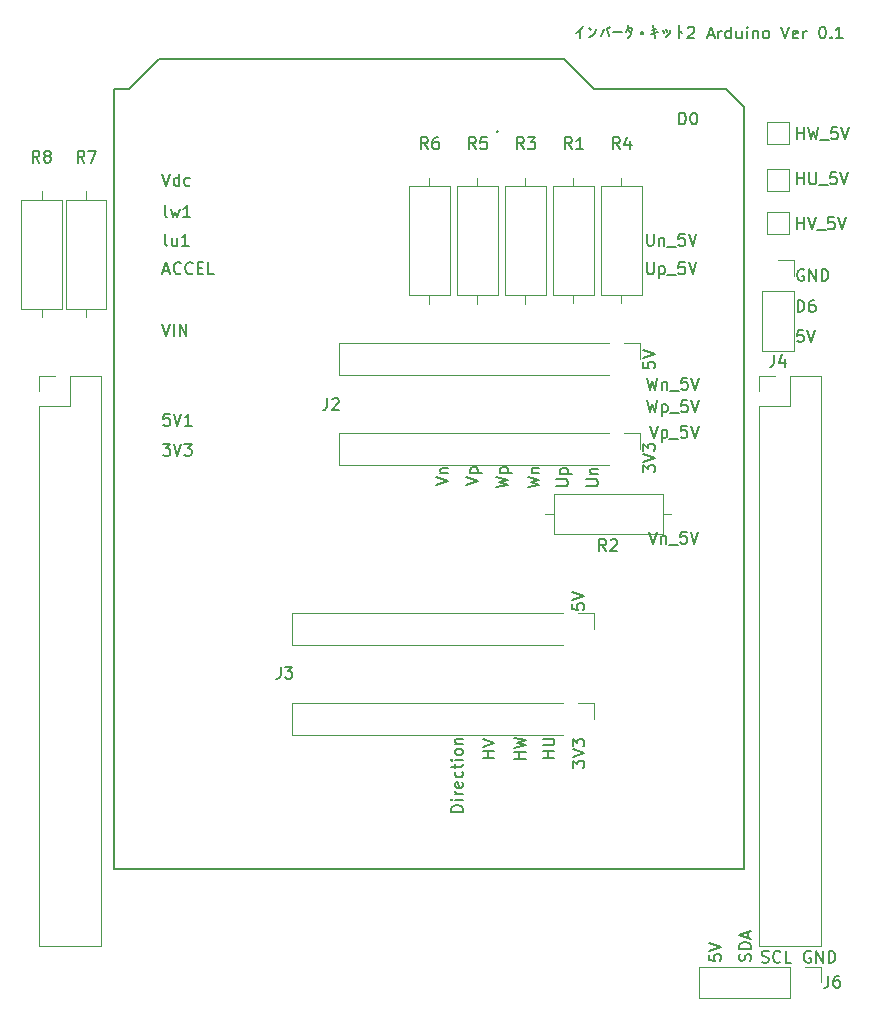
<source format=gbr>
%TF.GenerationSoftware,KiCad,Pcbnew,7.0.5*%
%TF.CreationDate,2024-01-09T20:43:35+09:00*%
%TF.ProjectId,Arduino_CQbrushless,41726475-696e-46f5-9f43-516272757368,rev?*%
%TF.SameCoordinates,Original*%
%TF.FileFunction,Legend,Top*%
%TF.FilePolarity,Positive*%
%FSLAX46Y46*%
G04 Gerber Fmt 4.6, Leading zero omitted, Abs format (unit mm)*
G04 Created by KiCad (PCBNEW 7.0.5) date 2024-01-09 20:43:35*
%MOMM*%
%LPD*%
G01*
G04 APERTURE LIST*
%ADD10C,0.150000*%
%ADD11C,0.120000*%
G04 APERTURE END LIST*
D10*
X129298893Y-79521133D02*
X129298893Y-80235419D01*
X129536988Y-79187800D02*
X129441750Y-79330657D01*
X129441750Y-79330657D02*
X129298893Y-79521133D01*
X129298893Y-79521133D02*
X129108417Y-79663990D01*
X129108417Y-79663990D02*
X128965560Y-79759228D01*
X130060798Y-79330657D02*
X130251274Y-79521133D01*
X130060798Y-80092561D02*
X130298893Y-80044942D01*
X130298893Y-80044942D02*
X130441750Y-79902085D01*
X130441750Y-79902085D02*
X130536988Y-79759228D01*
X130536988Y-79759228D02*
X130632226Y-79425895D01*
X131536988Y-79425895D02*
X131727464Y-79997323D01*
X131298893Y-79425895D02*
X131251274Y-79663990D01*
X131251274Y-79663990D02*
X131156036Y-79854466D01*
X131156036Y-79854466D02*
X131060798Y-79997323D01*
X131584607Y-79330657D02*
X131679845Y-79425895D01*
X131727464Y-79283038D02*
X131822702Y-79378276D01*
X132060798Y-79711609D02*
X132822702Y-79711609D01*
X133346512Y-79521133D02*
X133584607Y-79806847D01*
X133394131Y-79140180D02*
X133346512Y-79330657D01*
X133346512Y-79330657D02*
X133298893Y-79521133D01*
X133298893Y-79521133D02*
X133203655Y-79711609D01*
X133394131Y-79330657D02*
X133727464Y-79330657D01*
X133727464Y-79330657D02*
X133679845Y-79521133D01*
X133679845Y-79521133D02*
X133632226Y-79711609D01*
X133632226Y-79711609D02*
X133584607Y-79902085D01*
X133584607Y-79902085D02*
X133489369Y-80044942D01*
X133489369Y-80044942D02*
X133346512Y-80187800D01*
X134489369Y-79711609D02*
X134584607Y-79711609D01*
X134584607Y-79711609D02*
X134632226Y-79759228D01*
X134632226Y-79759228D02*
X134632226Y-79854466D01*
X134632226Y-79854466D02*
X134584607Y-79902085D01*
X134584607Y-79902085D02*
X134489369Y-79902085D01*
X134489369Y-79902085D02*
X134441750Y-79854466D01*
X134441750Y-79854466D02*
X134441750Y-79759228D01*
X134441750Y-79759228D02*
X134489369Y-79711609D01*
X135346512Y-79521133D02*
X135727464Y-79425895D01*
X135298893Y-79854466D02*
X135870321Y-79711609D01*
X135489369Y-79140180D02*
X135679845Y-80187800D01*
X136346512Y-79521133D02*
X136441750Y-79759228D01*
X136584607Y-79473514D02*
X136632226Y-79711609D01*
X136870321Y-79521133D02*
X136870321Y-79759228D01*
X136870321Y-79759228D02*
X136822702Y-79902085D01*
X136822702Y-79902085D02*
X136679845Y-80044942D01*
X136679845Y-80044942D02*
X136536988Y-80140180D01*
X137679845Y-79140180D02*
X137679845Y-80187800D01*
X137679845Y-79568752D02*
X137965559Y-79806847D01*
X138394131Y-79330657D02*
X138441750Y-79283038D01*
X138441750Y-79283038D02*
X138536988Y-79235419D01*
X138536988Y-79235419D02*
X138775083Y-79235419D01*
X138775083Y-79235419D02*
X138870321Y-79283038D01*
X138870321Y-79283038D02*
X138917940Y-79330657D01*
X138917940Y-79330657D02*
X138965559Y-79425895D01*
X138965559Y-79425895D02*
X138965559Y-79521133D01*
X138965559Y-79521133D02*
X138917940Y-79663990D01*
X138917940Y-79663990D02*
X138346512Y-80235419D01*
X138346512Y-80235419D02*
X138965559Y-80235419D01*
X140108417Y-79949704D02*
X140584607Y-79949704D01*
X140013179Y-80235419D02*
X140346512Y-79235419D01*
X140346512Y-79235419D02*
X140679845Y-80235419D01*
X141013179Y-80235419D02*
X141013179Y-79568752D01*
X141013179Y-79759228D02*
X141060798Y-79663990D01*
X141060798Y-79663990D02*
X141108417Y-79616371D01*
X141108417Y-79616371D02*
X141203655Y-79568752D01*
X141203655Y-79568752D02*
X141298893Y-79568752D01*
X142060798Y-80235419D02*
X142060798Y-79235419D01*
X142060798Y-80187800D02*
X141965560Y-80235419D01*
X141965560Y-80235419D02*
X141775084Y-80235419D01*
X141775084Y-80235419D02*
X141679846Y-80187800D01*
X141679846Y-80187800D02*
X141632227Y-80140180D01*
X141632227Y-80140180D02*
X141584608Y-80044942D01*
X141584608Y-80044942D02*
X141584608Y-79759228D01*
X141584608Y-79759228D02*
X141632227Y-79663990D01*
X141632227Y-79663990D02*
X141679846Y-79616371D01*
X141679846Y-79616371D02*
X141775084Y-79568752D01*
X141775084Y-79568752D02*
X141965560Y-79568752D01*
X141965560Y-79568752D02*
X142060798Y-79616371D01*
X142965560Y-79568752D02*
X142965560Y-80235419D01*
X142536989Y-79568752D02*
X142536989Y-80092561D01*
X142536989Y-80092561D02*
X142584608Y-80187800D01*
X142584608Y-80187800D02*
X142679846Y-80235419D01*
X142679846Y-80235419D02*
X142822703Y-80235419D01*
X142822703Y-80235419D02*
X142917941Y-80187800D01*
X142917941Y-80187800D02*
X142965560Y-80140180D01*
X143441751Y-80235419D02*
X143441751Y-79568752D01*
X143441751Y-79235419D02*
X143394132Y-79283038D01*
X143394132Y-79283038D02*
X143441751Y-79330657D01*
X143441751Y-79330657D02*
X143489370Y-79283038D01*
X143489370Y-79283038D02*
X143441751Y-79235419D01*
X143441751Y-79235419D02*
X143441751Y-79330657D01*
X143917941Y-79568752D02*
X143917941Y-80235419D01*
X143917941Y-79663990D02*
X143965560Y-79616371D01*
X143965560Y-79616371D02*
X144060798Y-79568752D01*
X144060798Y-79568752D02*
X144203655Y-79568752D01*
X144203655Y-79568752D02*
X144298893Y-79616371D01*
X144298893Y-79616371D02*
X144346512Y-79711609D01*
X144346512Y-79711609D02*
X144346512Y-80235419D01*
X144965560Y-80235419D02*
X144870322Y-80187800D01*
X144870322Y-80187800D02*
X144822703Y-80140180D01*
X144822703Y-80140180D02*
X144775084Y-80044942D01*
X144775084Y-80044942D02*
X144775084Y-79759228D01*
X144775084Y-79759228D02*
X144822703Y-79663990D01*
X144822703Y-79663990D02*
X144870322Y-79616371D01*
X144870322Y-79616371D02*
X144965560Y-79568752D01*
X144965560Y-79568752D02*
X145108417Y-79568752D01*
X145108417Y-79568752D02*
X145203655Y-79616371D01*
X145203655Y-79616371D02*
X145251274Y-79663990D01*
X145251274Y-79663990D02*
X145298893Y-79759228D01*
X145298893Y-79759228D02*
X145298893Y-80044942D01*
X145298893Y-80044942D02*
X145251274Y-80140180D01*
X145251274Y-80140180D02*
X145203655Y-80187800D01*
X145203655Y-80187800D02*
X145108417Y-80235419D01*
X145108417Y-80235419D02*
X144965560Y-80235419D01*
X146346513Y-79235419D02*
X146679846Y-80235419D01*
X146679846Y-80235419D02*
X147013179Y-79235419D01*
X147727465Y-80187800D02*
X147632227Y-80235419D01*
X147632227Y-80235419D02*
X147441751Y-80235419D01*
X147441751Y-80235419D02*
X147346513Y-80187800D01*
X147346513Y-80187800D02*
X147298894Y-80092561D01*
X147298894Y-80092561D02*
X147298894Y-79711609D01*
X147298894Y-79711609D02*
X147346513Y-79616371D01*
X147346513Y-79616371D02*
X147441751Y-79568752D01*
X147441751Y-79568752D02*
X147632227Y-79568752D01*
X147632227Y-79568752D02*
X147727465Y-79616371D01*
X147727465Y-79616371D02*
X147775084Y-79711609D01*
X147775084Y-79711609D02*
X147775084Y-79806847D01*
X147775084Y-79806847D02*
X147298894Y-79902085D01*
X148203656Y-80235419D02*
X148203656Y-79568752D01*
X148203656Y-79759228D02*
X148251275Y-79663990D01*
X148251275Y-79663990D02*
X148298894Y-79616371D01*
X148298894Y-79616371D02*
X148394132Y-79568752D01*
X148394132Y-79568752D02*
X148489370Y-79568752D01*
X149775085Y-79235419D02*
X149870323Y-79235419D01*
X149870323Y-79235419D02*
X149965561Y-79283038D01*
X149965561Y-79283038D02*
X150013180Y-79330657D01*
X150013180Y-79330657D02*
X150060799Y-79425895D01*
X150060799Y-79425895D02*
X150108418Y-79616371D01*
X150108418Y-79616371D02*
X150108418Y-79854466D01*
X150108418Y-79854466D02*
X150060799Y-80044942D01*
X150060799Y-80044942D02*
X150013180Y-80140180D01*
X150013180Y-80140180D02*
X149965561Y-80187800D01*
X149965561Y-80187800D02*
X149870323Y-80235419D01*
X149870323Y-80235419D02*
X149775085Y-80235419D01*
X149775085Y-80235419D02*
X149679847Y-80187800D01*
X149679847Y-80187800D02*
X149632228Y-80140180D01*
X149632228Y-80140180D02*
X149584609Y-80044942D01*
X149584609Y-80044942D02*
X149536990Y-79854466D01*
X149536990Y-79854466D02*
X149536990Y-79616371D01*
X149536990Y-79616371D02*
X149584609Y-79425895D01*
X149584609Y-79425895D02*
X149632228Y-79330657D01*
X149632228Y-79330657D02*
X149679847Y-79283038D01*
X149679847Y-79283038D02*
X149775085Y-79235419D01*
X150536990Y-80140180D02*
X150584609Y-80187800D01*
X150584609Y-80187800D02*
X150536990Y-80235419D01*
X150536990Y-80235419D02*
X150489371Y-80187800D01*
X150489371Y-80187800D02*
X150536990Y-80140180D01*
X150536990Y-80140180D02*
X150536990Y-80235419D01*
X151536989Y-80235419D02*
X150965561Y-80235419D01*
X151251275Y-80235419D02*
X151251275Y-79235419D01*
X151251275Y-79235419D02*
X151156037Y-79378276D01*
X151156037Y-79378276D02*
X151060799Y-79473514D01*
X151060799Y-79473514D02*
X150965561Y-79521133D01*
X147707579Y-103400219D02*
X147707579Y-102400219D01*
X147707579Y-102400219D02*
X147945674Y-102400219D01*
X147945674Y-102400219D02*
X148088531Y-102447838D01*
X148088531Y-102447838D02*
X148183769Y-102543076D01*
X148183769Y-102543076D02*
X148231388Y-102638314D01*
X148231388Y-102638314D02*
X148279007Y-102828790D01*
X148279007Y-102828790D02*
X148279007Y-102971647D01*
X148279007Y-102971647D02*
X148231388Y-103162123D01*
X148231388Y-103162123D02*
X148183769Y-103257361D01*
X148183769Y-103257361D02*
X148088531Y-103352600D01*
X148088531Y-103352600D02*
X147945674Y-103400219D01*
X147945674Y-103400219D02*
X147707579Y-103400219D01*
X149136150Y-102400219D02*
X148945674Y-102400219D01*
X148945674Y-102400219D02*
X148850436Y-102447838D01*
X148850436Y-102447838D02*
X148802817Y-102495457D01*
X148802817Y-102495457D02*
X148707579Y-102638314D01*
X148707579Y-102638314D02*
X148659960Y-102828790D01*
X148659960Y-102828790D02*
X148659960Y-103209742D01*
X148659960Y-103209742D02*
X148707579Y-103304980D01*
X148707579Y-103304980D02*
X148755198Y-103352600D01*
X148755198Y-103352600D02*
X148850436Y-103400219D01*
X148850436Y-103400219D02*
X149040912Y-103400219D01*
X149040912Y-103400219D02*
X149136150Y-103352600D01*
X149136150Y-103352600D02*
X149183769Y-103304980D01*
X149183769Y-103304980D02*
X149231388Y-103209742D01*
X149231388Y-103209742D02*
X149231388Y-102971647D01*
X149231388Y-102971647D02*
X149183769Y-102876409D01*
X149183769Y-102876409D02*
X149136150Y-102828790D01*
X149136150Y-102828790D02*
X149040912Y-102781171D01*
X149040912Y-102781171D02*
X148850436Y-102781171D01*
X148850436Y-102781171D02*
X148755198Y-102828790D01*
X148755198Y-102828790D02*
X148707579Y-102876409D01*
X148707579Y-102876409D02*
X148659960Y-102971647D01*
X148183769Y-104940219D02*
X147707579Y-104940219D01*
X147707579Y-104940219D02*
X147659960Y-105416409D01*
X147659960Y-105416409D02*
X147707579Y-105368790D01*
X147707579Y-105368790D02*
X147802817Y-105321171D01*
X147802817Y-105321171D02*
X148040912Y-105321171D01*
X148040912Y-105321171D02*
X148136150Y-105368790D01*
X148136150Y-105368790D02*
X148183769Y-105416409D01*
X148183769Y-105416409D02*
X148231388Y-105511647D01*
X148231388Y-105511647D02*
X148231388Y-105749742D01*
X148231388Y-105749742D02*
X148183769Y-105844980D01*
X148183769Y-105844980D02*
X148136150Y-105892600D01*
X148136150Y-105892600D02*
X148040912Y-105940219D01*
X148040912Y-105940219D02*
X147802817Y-105940219D01*
X147802817Y-105940219D02*
X147707579Y-105892600D01*
X147707579Y-105892600D02*
X147659960Y-105844980D01*
X148517103Y-104940219D02*
X148850436Y-105940219D01*
X148850436Y-105940219D02*
X149183769Y-104940219D01*
X148231388Y-99806238D02*
X148136150Y-99758619D01*
X148136150Y-99758619D02*
X147993293Y-99758619D01*
X147993293Y-99758619D02*
X147850436Y-99806238D01*
X147850436Y-99806238D02*
X147755198Y-99901476D01*
X147755198Y-99901476D02*
X147707579Y-99996714D01*
X147707579Y-99996714D02*
X147659960Y-100187190D01*
X147659960Y-100187190D02*
X147659960Y-100330047D01*
X147659960Y-100330047D02*
X147707579Y-100520523D01*
X147707579Y-100520523D02*
X147755198Y-100615761D01*
X147755198Y-100615761D02*
X147850436Y-100711000D01*
X147850436Y-100711000D02*
X147993293Y-100758619D01*
X147993293Y-100758619D02*
X148088531Y-100758619D01*
X148088531Y-100758619D02*
X148231388Y-100711000D01*
X148231388Y-100711000D02*
X148279007Y-100663380D01*
X148279007Y-100663380D02*
X148279007Y-100330047D01*
X148279007Y-100330047D02*
X148088531Y-100330047D01*
X148707579Y-100758619D02*
X148707579Y-99758619D01*
X148707579Y-99758619D02*
X149279007Y-100758619D01*
X149279007Y-100758619D02*
X149279007Y-99758619D01*
X149755198Y-100758619D02*
X149755198Y-99758619D01*
X149755198Y-99758619D02*
X149993293Y-99758619D01*
X149993293Y-99758619D02*
X150136150Y-99806238D01*
X150136150Y-99806238D02*
X150231388Y-99901476D01*
X150231388Y-99901476D02*
X150279007Y-99996714D01*
X150279007Y-99996714D02*
X150326626Y-100187190D01*
X150326626Y-100187190D02*
X150326626Y-100330047D01*
X150326626Y-100330047D02*
X150279007Y-100520523D01*
X150279007Y-100520523D02*
X150231388Y-100615761D01*
X150231388Y-100615761D02*
X150136150Y-100711000D01*
X150136150Y-100711000D02*
X149993293Y-100758619D01*
X149993293Y-100758619D02*
X149755198Y-100758619D01*
X135169522Y-122009019D02*
X135502855Y-123009019D01*
X135502855Y-123009019D02*
X135836188Y-122009019D01*
X136169522Y-122342352D02*
X136169522Y-123009019D01*
X136169522Y-122437590D02*
X136217141Y-122389971D01*
X136217141Y-122389971D02*
X136312379Y-122342352D01*
X136312379Y-122342352D02*
X136455236Y-122342352D01*
X136455236Y-122342352D02*
X136550474Y-122389971D01*
X136550474Y-122389971D02*
X136598093Y-122485209D01*
X136598093Y-122485209D02*
X136598093Y-123009019D01*
X136836189Y-123104257D02*
X137598093Y-123104257D01*
X138312379Y-122009019D02*
X137836189Y-122009019D01*
X137836189Y-122009019D02*
X137788570Y-122485209D01*
X137788570Y-122485209D02*
X137836189Y-122437590D01*
X137836189Y-122437590D02*
X137931427Y-122389971D01*
X137931427Y-122389971D02*
X138169522Y-122389971D01*
X138169522Y-122389971D02*
X138264760Y-122437590D01*
X138264760Y-122437590D02*
X138312379Y-122485209D01*
X138312379Y-122485209D02*
X138359998Y-122580447D01*
X138359998Y-122580447D02*
X138359998Y-122818542D01*
X138359998Y-122818542D02*
X138312379Y-122913780D01*
X138312379Y-122913780D02*
X138264760Y-122961400D01*
X138264760Y-122961400D02*
X138169522Y-123009019D01*
X138169522Y-123009019D02*
X137931427Y-123009019D01*
X137931427Y-123009019D02*
X137836189Y-122961400D01*
X137836189Y-122961400D02*
X137788570Y-122913780D01*
X138645713Y-122009019D02*
X138979046Y-123009019D01*
X138979046Y-123009019D02*
X139312379Y-122009019D01*
X148815588Y-157540438D02*
X148720350Y-157492819D01*
X148720350Y-157492819D02*
X148577493Y-157492819D01*
X148577493Y-157492819D02*
X148434636Y-157540438D01*
X148434636Y-157540438D02*
X148339398Y-157635676D01*
X148339398Y-157635676D02*
X148291779Y-157730914D01*
X148291779Y-157730914D02*
X148244160Y-157921390D01*
X148244160Y-157921390D02*
X148244160Y-158064247D01*
X148244160Y-158064247D02*
X148291779Y-158254723D01*
X148291779Y-158254723D02*
X148339398Y-158349961D01*
X148339398Y-158349961D02*
X148434636Y-158445200D01*
X148434636Y-158445200D02*
X148577493Y-158492819D01*
X148577493Y-158492819D02*
X148672731Y-158492819D01*
X148672731Y-158492819D02*
X148815588Y-158445200D01*
X148815588Y-158445200D02*
X148863207Y-158397580D01*
X148863207Y-158397580D02*
X148863207Y-158064247D01*
X148863207Y-158064247D02*
X148672731Y-158064247D01*
X149291779Y-158492819D02*
X149291779Y-157492819D01*
X149291779Y-157492819D02*
X149863207Y-158492819D01*
X149863207Y-158492819D02*
X149863207Y-157492819D01*
X150339398Y-158492819D02*
X150339398Y-157492819D01*
X150339398Y-157492819D02*
X150577493Y-157492819D01*
X150577493Y-157492819D02*
X150720350Y-157540438D01*
X150720350Y-157540438D02*
X150815588Y-157635676D01*
X150815588Y-157635676D02*
X150863207Y-157730914D01*
X150863207Y-157730914D02*
X150910826Y-157921390D01*
X150910826Y-157921390D02*
X150910826Y-158064247D01*
X150910826Y-158064247D02*
X150863207Y-158254723D01*
X150863207Y-158254723D02*
X150815588Y-158349961D01*
X150815588Y-158349961D02*
X150720350Y-158445200D01*
X150720350Y-158445200D02*
X150577493Y-158492819D01*
X150577493Y-158492819D02*
X150339398Y-158492819D01*
X140220819Y-157810030D02*
X140220819Y-158286220D01*
X140220819Y-158286220D02*
X140697009Y-158333839D01*
X140697009Y-158333839D02*
X140649390Y-158286220D01*
X140649390Y-158286220D02*
X140601771Y-158190982D01*
X140601771Y-158190982D02*
X140601771Y-157952887D01*
X140601771Y-157952887D02*
X140649390Y-157857649D01*
X140649390Y-157857649D02*
X140697009Y-157810030D01*
X140697009Y-157810030D02*
X140792247Y-157762411D01*
X140792247Y-157762411D02*
X141030342Y-157762411D01*
X141030342Y-157762411D02*
X141125580Y-157810030D01*
X141125580Y-157810030D02*
X141173200Y-157857649D01*
X141173200Y-157857649D02*
X141220819Y-157952887D01*
X141220819Y-157952887D02*
X141220819Y-158190982D01*
X141220819Y-158190982D02*
X141173200Y-158286220D01*
X141173200Y-158286220D02*
X141125580Y-158333839D01*
X140220819Y-157476696D02*
X141220819Y-157143363D01*
X141220819Y-157143363D02*
X140220819Y-156810030D01*
X144688160Y-158445200D02*
X144831017Y-158492819D01*
X144831017Y-158492819D02*
X145069112Y-158492819D01*
X145069112Y-158492819D02*
X145164350Y-158445200D01*
X145164350Y-158445200D02*
X145211969Y-158397580D01*
X145211969Y-158397580D02*
X145259588Y-158302342D01*
X145259588Y-158302342D02*
X145259588Y-158207104D01*
X145259588Y-158207104D02*
X145211969Y-158111866D01*
X145211969Y-158111866D02*
X145164350Y-158064247D01*
X145164350Y-158064247D02*
X145069112Y-158016628D01*
X145069112Y-158016628D02*
X144878636Y-157969009D01*
X144878636Y-157969009D02*
X144783398Y-157921390D01*
X144783398Y-157921390D02*
X144735779Y-157873771D01*
X144735779Y-157873771D02*
X144688160Y-157778533D01*
X144688160Y-157778533D02*
X144688160Y-157683295D01*
X144688160Y-157683295D02*
X144735779Y-157588057D01*
X144735779Y-157588057D02*
X144783398Y-157540438D01*
X144783398Y-157540438D02*
X144878636Y-157492819D01*
X144878636Y-157492819D02*
X145116731Y-157492819D01*
X145116731Y-157492819D02*
X145259588Y-157540438D01*
X146259588Y-158397580D02*
X146211969Y-158445200D01*
X146211969Y-158445200D02*
X146069112Y-158492819D01*
X146069112Y-158492819D02*
X145973874Y-158492819D01*
X145973874Y-158492819D02*
X145831017Y-158445200D01*
X145831017Y-158445200D02*
X145735779Y-158349961D01*
X145735779Y-158349961D02*
X145688160Y-158254723D01*
X145688160Y-158254723D02*
X145640541Y-158064247D01*
X145640541Y-158064247D02*
X145640541Y-157921390D01*
X145640541Y-157921390D02*
X145688160Y-157730914D01*
X145688160Y-157730914D02*
X145735779Y-157635676D01*
X145735779Y-157635676D02*
X145831017Y-157540438D01*
X145831017Y-157540438D02*
X145973874Y-157492819D01*
X145973874Y-157492819D02*
X146069112Y-157492819D01*
X146069112Y-157492819D02*
X146211969Y-157540438D01*
X146211969Y-157540438D02*
X146259588Y-157588057D01*
X147164350Y-158492819D02*
X146688160Y-158492819D01*
X146688160Y-158492819D02*
X146688160Y-157492819D01*
X143713200Y-158333839D02*
X143760819Y-158190982D01*
X143760819Y-158190982D02*
X143760819Y-157952887D01*
X143760819Y-157952887D02*
X143713200Y-157857649D01*
X143713200Y-157857649D02*
X143665580Y-157810030D01*
X143665580Y-157810030D02*
X143570342Y-157762411D01*
X143570342Y-157762411D02*
X143475104Y-157762411D01*
X143475104Y-157762411D02*
X143379866Y-157810030D01*
X143379866Y-157810030D02*
X143332247Y-157857649D01*
X143332247Y-157857649D02*
X143284628Y-157952887D01*
X143284628Y-157952887D02*
X143237009Y-158143363D01*
X143237009Y-158143363D02*
X143189390Y-158238601D01*
X143189390Y-158238601D02*
X143141771Y-158286220D01*
X143141771Y-158286220D02*
X143046533Y-158333839D01*
X143046533Y-158333839D02*
X142951295Y-158333839D01*
X142951295Y-158333839D02*
X142856057Y-158286220D01*
X142856057Y-158286220D02*
X142808438Y-158238601D01*
X142808438Y-158238601D02*
X142760819Y-158143363D01*
X142760819Y-158143363D02*
X142760819Y-157905268D01*
X142760819Y-157905268D02*
X142808438Y-157762411D01*
X143760819Y-157333839D02*
X142760819Y-157333839D01*
X142760819Y-157333839D02*
X142760819Y-157095744D01*
X142760819Y-157095744D02*
X142808438Y-156952887D01*
X142808438Y-156952887D02*
X142903676Y-156857649D01*
X142903676Y-156857649D02*
X142998914Y-156810030D01*
X142998914Y-156810030D02*
X143189390Y-156762411D01*
X143189390Y-156762411D02*
X143332247Y-156762411D01*
X143332247Y-156762411D02*
X143522723Y-156810030D01*
X143522723Y-156810030D02*
X143617961Y-156857649D01*
X143617961Y-156857649D02*
X143713200Y-156952887D01*
X143713200Y-156952887D02*
X143760819Y-157095744D01*
X143760819Y-157095744D02*
X143760819Y-157333839D01*
X143475104Y-156381458D02*
X143475104Y-155905268D01*
X143760819Y-156476696D02*
X142760819Y-156143363D01*
X142760819Y-156143363D02*
X143760819Y-155810030D01*
X135194922Y-113042819D02*
X135528255Y-114042819D01*
X135528255Y-114042819D02*
X135861588Y-113042819D01*
X136194922Y-113376152D02*
X136194922Y-114376152D01*
X136194922Y-113423771D02*
X136290160Y-113376152D01*
X136290160Y-113376152D02*
X136480636Y-113376152D01*
X136480636Y-113376152D02*
X136575874Y-113423771D01*
X136575874Y-113423771D02*
X136623493Y-113471390D01*
X136623493Y-113471390D02*
X136671112Y-113566628D01*
X136671112Y-113566628D02*
X136671112Y-113852342D01*
X136671112Y-113852342D02*
X136623493Y-113947580D01*
X136623493Y-113947580D02*
X136575874Y-113995200D01*
X136575874Y-113995200D02*
X136480636Y-114042819D01*
X136480636Y-114042819D02*
X136290160Y-114042819D01*
X136290160Y-114042819D02*
X136194922Y-113995200D01*
X136861589Y-114138057D02*
X137623493Y-114138057D01*
X138337779Y-113042819D02*
X137861589Y-113042819D01*
X137861589Y-113042819D02*
X137813970Y-113519009D01*
X137813970Y-113519009D02*
X137861589Y-113471390D01*
X137861589Y-113471390D02*
X137956827Y-113423771D01*
X137956827Y-113423771D02*
X138194922Y-113423771D01*
X138194922Y-113423771D02*
X138290160Y-113471390D01*
X138290160Y-113471390D02*
X138337779Y-113519009D01*
X138337779Y-113519009D02*
X138385398Y-113614247D01*
X138385398Y-113614247D02*
X138385398Y-113852342D01*
X138385398Y-113852342D02*
X138337779Y-113947580D01*
X138337779Y-113947580D02*
X138290160Y-113995200D01*
X138290160Y-113995200D02*
X138194922Y-114042819D01*
X138194922Y-114042819D02*
X137956827Y-114042819D01*
X137956827Y-114042819D02*
X137861589Y-113995200D01*
X137861589Y-113995200D02*
X137813970Y-113947580D01*
X138671113Y-113042819D02*
X139004446Y-114042819D01*
X139004446Y-114042819D02*
X139337779Y-113042819D01*
X134988541Y-110883819D02*
X135226636Y-111883819D01*
X135226636Y-111883819D02*
X135417112Y-111169533D01*
X135417112Y-111169533D02*
X135607588Y-111883819D01*
X135607588Y-111883819D02*
X135845684Y-110883819D01*
X136226636Y-111217152D02*
X136226636Y-112217152D01*
X136226636Y-111264771D02*
X136321874Y-111217152D01*
X136321874Y-111217152D02*
X136512350Y-111217152D01*
X136512350Y-111217152D02*
X136607588Y-111264771D01*
X136607588Y-111264771D02*
X136655207Y-111312390D01*
X136655207Y-111312390D02*
X136702826Y-111407628D01*
X136702826Y-111407628D02*
X136702826Y-111693342D01*
X136702826Y-111693342D02*
X136655207Y-111788580D01*
X136655207Y-111788580D02*
X136607588Y-111836200D01*
X136607588Y-111836200D02*
X136512350Y-111883819D01*
X136512350Y-111883819D02*
X136321874Y-111883819D01*
X136321874Y-111883819D02*
X136226636Y-111836200D01*
X136893303Y-111979057D02*
X137655207Y-111979057D01*
X138369493Y-110883819D02*
X137893303Y-110883819D01*
X137893303Y-110883819D02*
X137845684Y-111360009D01*
X137845684Y-111360009D02*
X137893303Y-111312390D01*
X137893303Y-111312390D02*
X137988541Y-111264771D01*
X137988541Y-111264771D02*
X138226636Y-111264771D01*
X138226636Y-111264771D02*
X138321874Y-111312390D01*
X138321874Y-111312390D02*
X138369493Y-111360009D01*
X138369493Y-111360009D02*
X138417112Y-111455247D01*
X138417112Y-111455247D02*
X138417112Y-111693342D01*
X138417112Y-111693342D02*
X138369493Y-111788580D01*
X138369493Y-111788580D02*
X138321874Y-111836200D01*
X138321874Y-111836200D02*
X138226636Y-111883819D01*
X138226636Y-111883819D02*
X137988541Y-111883819D01*
X137988541Y-111883819D02*
X137893303Y-111836200D01*
X137893303Y-111836200D02*
X137845684Y-111788580D01*
X138702827Y-110883819D02*
X139036160Y-111883819D01*
X139036160Y-111883819D02*
X139369493Y-110883819D01*
X134988541Y-108978819D02*
X135226636Y-109978819D01*
X135226636Y-109978819D02*
X135417112Y-109264533D01*
X135417112Y-109264533D02*
X135607588Y-109978819D01*
X135607588Y-109978819D02*
X135845684Y-108978819D01*
X136226636Y-109312152D02*
X136226636Y-109978819D01*
X136226636Y-109407390D02*
X136274255Y-109359771D01*
X136274255Y-109359771D02*
X136369493Y-109312152D01*
X136369493Y-109312152D02*
X136512350Y-109312152D01*
X136512350Y-109312152D02*
X136607588Y-109359771D01*
X136607588Y-109359771D02*
X136655207Y-109455009D01*
X136655207Y-109455009D02*
X136655207Y-109978819D01*
X136893303Y-110074057D02*
X137655207Y-110074057D01*
X138369493Y-108978819D02*
X137893303Y-108978819D01*
X137893303Y-108978819D02*
X137845684Y-109455009D01*
X137845684Y-109455009D02*
X137893303Y-109407390D01*
X137893303Y-109407390D02*
X137988541Y-109359771D01*
X137988541Y-109359771D02*
X138226636Y-109359771D01*
X138226636Y-109359771D02*
X138321874Y-109407390D01*
X138321874Y-109407390D02*
X138369493Y-109455009D01*
X138369493Y-109455009D02*
X138417112Y-109550247D01*
X138417112Y-109550247D02*
X138417112Y-109788342D01*
X138417112Y-109788342D02*
X138369493Y-109883580D01*
X138369493Y-109883580D02*
X138321874Y-109931200D01*
X138321874Y-109931200D02*
X138226636Y-109978819D01*
X138226636Y-109978819D02*
X137988541Y-109978819D01*
X137988541Y-109978819D02*
X137893303Y-109931200D01*
X137893303Y-109931200D02*
X137845684Y-109883580D01*
X138702827Y-108978819D02*
X139036160Y-109978819D01*
X139036160Y-109978819D02*
X139369493Y-108978819D01*
X134956779Y-99199819D02*
X134956779Y-100009342D01*
X134956779Y-100009342D02*
X135004398Y-100104580D01*
X135004398Y-100104580D02*
X135052017Y-100152200D01*
X135052017Y-100152200D02*
X135147255Y-100199819D01*
X135147255Y-100199819D02*
X135337731Y-100199819D01*
X135337731Y-100199819D02*
X135432969Y-100152200D01*
X135432969Y-100152200D02*
X135480588Y-100104580D01*
X135480588Y-100104580D02*
X135528207Y-100009342D01*
X135528207Y-100009342D02*
X135528207Y-99199819D01*
X136004398Y-99533152D02*
X136004398Y-100533152D01*
X136004398Y-99580771D02*
X136099636Y-99533152D01*
X136099636Y-99533152D02*
X136290112Y-99533152D01*
X136290112Y-99533152D02*
X136385350Y-99580771D01*
X136385350Y-99580771D02*
X136432969Y-99628390D01*
X136432969Y-99628390D02*
X136480588Y-99723628D01*
X136480588Y-99723628D02*
X136480588Y-100009342D01*
X136480588Y-100009342D02*
X136432969Y-100104580D01*
X136432969Y-100104580D02*
X136385350Y-100152200D01*
X136385350Y-100152200D02*
X136290112Y-100199819D01*
X136290112Y-100199819D02*
X136099636Y-100199819D01*
X136099636Y-100199819D02*
X136004398Y-100152200D01*
X136671065Y-100295057D02*
X137432969Y-100295057D01*
X138147255Y-99199819D02*
X137671065Y-99199819D01*
X137671065Y-99199819D02*
X137623446Y-99676009D01*
X137623446Y-99676009D02*
X137671065Y-99628390D01*
X137671065Y-99628390D02*
X137766303Y-99580771D01*
X137766303Y-99580771D02*
X138004398Y-99580771D01*
X138004398Y-99580771D02*
X138099636Y-99628390D01*
X138099636Y-99628390D02*
X138147255Y-99676009D01*
X138147255Y-99676009D02*
X138194874Y-99771247D01*
X138194874Y-99771247D02*
X138194874Y-100009342D01*
X138194874Y-100009342D02*
X138147255Y-100104580D01*
X138147255Y-100104580D02*
X138099636Y-100152200D01*
X138099636Y-100152200D02*
X138004398Y-100199819D01*
X138004398Y-100199819D02*
X137766303Y-100199819D01*
X137766303Y-100199819D02*
X137671065Y-100152200D01*
X137671065Y-100152200D02*
X137623446Y-100104580D01*
X138480589Y-99199819D02*
X138813922Y-100199819D01*
X138813922Y-100199819D02*
X139147255Y-99199819D01*
X134956779Y-96786819D02*
X134956779Y-97596342D01*
X134956779Y-97596342D02*
X135004398Y-97691580D01*
X135004398Y-97691580D02*
X135052017Y-97739200D01*
X135052017Y-97739200D02*
X135147255Y-97786819D01*
X135147255Y-97786819D02*
X135337731Y-97786819D01*
X135337731Y-97786819D02*
X135432969Y-97739200D01*
X135432969Y-97739200D02*
X135480588Y-97691580D01*
X135480588Y-97691580D02*
X135528207Y-97596342D01*
X135528207Y-97596342D02*
X135528207Y-96786819D01*
X136004398Y-97120152D02*
X136004398Y-97786819D01*
X136004398Y-97215390D02*
X136052017Y-97167771D01*
X136052017Y-97167771D02*
X136147255Y-97120152D01*
X136147255Y-97120152D02*
X136290112Y-97120152D01*
X136290112Y-97120152D02*
X136385350Y-97167771D01*
X136385350Y-97167771D02*
X136432969Y-97263009D01*
X136432969Y-97263009D02*
X136432969Y-97786819D01*
X136671065Y-97882057D02*
X137432969Y-97882057D01*
X138147255Y-96786819D02*
X137671065Y-96786819D01*
X137671065Y-96786819D02*
X137623446Y-97263009D01*
X137623446Y-97263009D02*
X137671065Y-97215390D01*
X137671065Y-97215390D02*
X137766303Y-97167771D01*
X137766303Y-97167771D02*
X138004398Y-97167771D01*
X138004398Y-97167771D02*
X138099636Y-97215390D01*
X138099636Y-97215390D02*
X138147255Y-97263009D01*
X138147255Y-97263009D02*
X138194874Y-97358247D01*
X138194874Y-97358247D02*
X138194874Y-97596342D01*
X138194874Y-97596342D02*
X138147255Y-97691580D01*
X138147255Y-97691580D02*
X138099636Y-97739200D01*
X138099636Y-97739200D02*
X138004398Y-97786819D01*
X138004398Y-97786819D02*
X137766303Y-97786819D01*
X137766303Y-97786819D02*
X137671065Y-97739200D01*
X137671065Y-97739200D02*
X137623446Y-97691580D01*
X138480589Y-96786819D02*
X138813922Y-97786819D01*
X138813922Y-97786819D02*
X139147255Y-96786819D01*
X147656779Y-96389819D02*
X147656779Y-95389819D01*
X147656779Y-95866009D02*
X148228207Y-95866009D01*
X148228207Y-96389819D02*
X148228207Y-95389819D01*
X148561541Y-95389819D02*
X148894874Y-96389819D01*
X148894874Y-96389819D02*
X149228207Y-95389819D01*
X149323446Y-96485057D02*
X150085350Y-96485057D01*
X150799636Y-95389819D02*
X150323446Y-95389819D01*
X150323446Y-95389819D02*
X150275827Y-95866009D01*
X150275827Y-95866009D02*
X150323446Y-95818390D01*
X150323446Y-95818390D02*
X150418684Y-95770771D01*
X150418684Y-95770771D02*
X150656779Y-95770771D01*
X150656779Y-95770771D02*
X150752017Y-95818390D01*
X150752017Y-95818390D02*
X150799636Y-95866009D01*
X150799636Y-95866009D02*
X150847255Y-95961247D01*
X150847255Y-95961247D02*
X150847255Y-96199342D01*
X150847255Y-96199342D02*
X150799636Y-96294580D01*
X150799636Y-96294580D02*
X150752017Y-96342200D01*
X150752017Y-96342200D02*
X150656779Y-96389819D01*
X150656779Y-96389819D02*
X150418684Y-96389819D01*
X150418684Y-96389819D02*
X150323446Y-96342200D01*
X150323446Y-96342200D02*
X150275827Y-96294580D01*
X151132970Y-95389819D02*
X151466303Y-96389819D01*
X151466303Y-96389819D02*
X151799636Y-95389819D01*
X147656779Y-88769819D02*
X147656779Y-87769819D01*
X147656779Y-88246009D02*
X148228207Y-88246009D01*
X148228207Y-88769819D02*
X148228207Y-87769819D01*
X148609160Y-87769819D02*
X148847255Y-88769819D01*
X148847255Y-88769819D02*
X149037731Y-88055533D01*
X149037731Y-88055533D02*
X149228207Y-88769819D01*
X149228207Y-88769819D02*
X149466303Y-87769819D01*
X149609160Y-88865057D02*
X150371064Y-88865057D01*
X151085350Y-87769819D02*
X150609160Y-87769819D01*
X150609160Y-87769819D02*
X150561541Y-88246009D01*
X150561541Y-88246009D02*
X150609160Y-88198390D01*
X150609160Y-88198390D02*
X150704398Y-88150771D01*
X150704398Y-88150771D02*
X150942493Y-88150771D01*
X150942493Y-88150771D02*
X151037731Y-88198390D01*
X151037731Y-88198390D02*
X151085350Y-88246009D01*
X151085350Y-88246009D02*
X151132969Y-88341247D01*
X151132969Y-88341247D02*
X151132969Y-88579342D01*
X151132969Y-88579342D02*
X151085350Y-88674580D01*
X151085350Y-88674580D02*
X151037731Y-88722200D01*
X151037731Y-88722200D02*
X150942493Y-88769819D01*
X150942493Y-88769819D02*
X150704398Y-88769819D01*
X150704398Y-88769819D02*
X150609160Y-88722200D01*
X150609160Y-88722200D02*
X150561541Y-88674580D01*
X151418684Y-87769819D02*
X151752017Y-88769819D01*
X151752017Y-88769819D02*
X152085350Y-87769819D01*
X147656779Y-92579819D02*
X147656779Y-91579819D01*
X147656779Y-92056009D02*
X148228207Y-92056009D01*
X148228207Y-92579819D02*
X148228207Y-91579819D01*
X148704398Y-91579819D02*
X148704398Y-92389342D01*
X148704398Y-92389342D02*
X148752017Y-92484580D01*
X148752017Y-92484580D02*
X148799636Y-92532200D01*
X148799636Y-92532200D02*
X148894874Y-92579819D01*
X148894874Y-92579819D02*
X149085350Y-92579819D01*
X149085350Y-92579819D02*
X149180588Y-92532200D01*
X149180588Y-92532200D02*
X149228207Y-92484580D01*
X149228207Y-92484580D02*
X149275826Y-92389342D01*
X149275826Y-92389342D02*
X149275826Y-91579819D01*
X149513922Y-92675057D02*
X150275826Y-92675057D01*
X150990112Y-91579819D02*
X150513922Y-91579819D01*
X150513922Y-91579819D02*
X150466303Y-92056009D01*
X150466303Y-92056009D02*
X150513922Y-92008390D01*
X150513922Y-92008390D02*
X150609160Y-91960771D01*
X150609160Y-91960771D02*
X150847255Y-91960771D01*
X150847255Y-91960771D02*
X150942493Y-92008390D01*
X150942493Y-92008390D02*
X150990112Y-92056009D01*
X150990112Y-92056009D02*
X151037731Y-92151247D01*
X151037731Y-92151247D02*
X151037731Y-92389342D01*
X151037731Y-92389342D02*
X150990112Y-92484580D01*
X150990112Y-92484580D02*
X150942493Y-92532200D01*
X150942493Y-92532200D02*
X150847255Y-92579819D01*
X150847255Y-92579819D02*
X150609160Y-92579819D01*
X150609160Y-92579819D02*
X150513922Y-92532200D01*
X150513922Y-92532200D02*
X150466303Y-92484580D01*
X151323446Y-91579819D02*
X151656779Y-92579819D01*
X151656779Y-92579819D02*
X151990112Y-91579819D01*
X134632819Y-116979458D02*
X134632819Y-116360411D01*
X134632819Y-116360411D02*
X135013771Y-116693744D01*
X135013771Y-116693744D02*
X135013771Y-116550887D01*
X135013771Y-116550887D02*
X135061390Y-116455649D01*
X135061390Y-116455649D02*
X135109009Y-116408030D01*
X135109009Y-116408030D02*
X135204247Y-116360411D01*
X135204247Y-116360411D02*
X135442342Y-116360411D01*
X135442342Y-116360411D02*
X135537580Y-116408030D01*
X135537580Y-116408030D02*
X135585200Y-116455649D01*
X135585200Y-116455649D02*
X135632819Y-116550887D01*
X135632819Y-116550887D02*
X135632819Y-116836601D01*
X135632819Y-116836601D02*
X135585200Y-116931839D01*
X135585200Y-116931839D02*
X135537580Y-116979458D01*
X134632819Y-116074696D02*
X135632819Y-115741363D01*
X135632819Y-115741363D02*
X134632819Y-115408030D01*
X134632819Y-115169934D02*
X134632819Y-114550887D01*
X134632819Y-114550887D02*
X135013771Y-114884220D01*
X135013771Y-114884220D02*
X135013771Y-114741363D01*
X135013771Y-114741363D02*
X135061390Y-114646125D01*
X135061390Y-114646125D02*
X135109009Y-114598506D01*
X135109009Y-114598506D02*
X135204247Y-114550887D01*
X135204247Y-114550887D02*
X135442342Y-114550887D01*
X135442342Y-114550887D02*
X135537580Y-114598506D01*
X135537580Y-114598506D02*
X135585200Y-114646125D01*
X135585200Y-114646125D02*
X135632819Y-114741363D01*
X135632819Y-114741363D02*
X135632819Y-115027077D01*
X135632819Y-115027077D02*
X135585200Y-115122315D01*
X135585200Y-115122315D02*
X135537580Y-115169934D01*
X134632819Y-107645030D02*
X134632819Y-108121220D01*
X134632819Y-108121220D02*
X135109009Y-108168839D01*
X135109009Y-108168839D02*
X135061390Y-108121220D01*
X135061390Y-108121220D02*
X135013771Y-108025982D01*
X135013771Y-108025982D02*
X135013771Y-107787887D01*
X135013771Y-107787887D02*
X135061390Y-107692649D01*
X135061390Y-107692649D02*
X135109009Y-107645030D01*
X135109009Y-107645030D02*
X135204247Y-107597411D01*
X135204247Y-107597411D02*
X135442342Y-107597411D01*
X135442342Y-107597411D02*
X135537580Y-107645030D01*
X135537580Y-107645030D02*
X135585200Y-107692649D01*
X135585200Y-107692649D02*
X135632819Y-107787887D01*
X135632819Y-107787887D02*
X135632819Y-108025982D01*
X135632819Y-108025982D02*
X135585200Y-108121220D01*
X135585200Y-108121220D02*
X135537580Y-108168839D01*
X134632819Y-107311696D02*
X135632819Y-106978363D01*
X135632819Y-106978363D02*
X134632819Y-106645030D01*
X128643019Y-128108230D02*
X128643019Y-128584420D01*
X128643019Y-128584420D02*
X129119209Y-128632039D01*
X129119209Y-128632039D02*
X129071590Y-128584420D01*
X129071590Y-128584420D02*
X129023971Y-128489182D01*
X129023971Y-128489182D02*
X129023971Y-128251087D01*
X129023971Y-128251087D02*
X129071590Y-128155849D01*
X129071590Y-128155849D02*
X129119209Y-128108230D01*
X129119209Y-128108230D02*
X129214447Y-128060611D01*
X129214447Y-128060611D02*
X129452542Y-128060611D01*
X129452542Y-128060611D02*
X129547780Y-128108230D01*
X129547780Y-128108230D02*
X129595400Y-128155849D01*
X129595400Y-128155849D02*
X129643019Y-128251087D01*
X129643019Y-128251087D02*
X129643019Y-128489182D01*
X129643019Y-128489182D02*
X129595400Y-128584420D01*
X129595400Y-128584420D02*
X129547780Y-128632039D01*
X128643019Y-127774896D02*
X129643019Y-127441563D01*
X129643019Y-127441563D02*
X128643019Y-127108230D01*
X128663819Y-141998458D02*
X128663819Y-141379411D01*
X128663819Y-141379411D02*
X129044771Y-141712744D01*
X129044771Y-141712744D02*
X129044771Y-141569887D01*
X129044771Y-141569887D02*
X129092390Y-141474649D01*
X129092390Y-141474649D02*
X129140009Y-141427030D01*
X129140009Y-141427030D02*
X129235247Y-141379411D01*
X129235247Y-141379411D02*
X129473342Y-141379411D01*
X129473342Y-141379411D02*
X129568580Y-141427030D01*
X129568580Y-141427030D02*
X129616200Y-141474649D01*
X129616200Y-141474649D02*
X129663819Y-141569887D01*
X129663819Y-141569887D02*
X129663819Y-141855601D01*
X129663819Y-141855601D02*
X129616200Y-141950839D01*
X129616200Y-141950839D02*
X129568580Y-141998458D01*
X128663819Y-141093696D02*
X129663819Y-140760363D01*
X129663819Y-140760363D02*
X128663819Y-140427030D01*
X128663819Y-140188934D02*
X128663819Y-139569887D01*
X128663819Y-139569887D02*
X129044771Y-139903220D01*
X129044771Y-139903220D02*
X129044771Y-139760363D01*
X129044771Y-139760363D02*
X129092390Y-139665125D01*
X129092390Y-139665125D02*
X129140009Y-139617506D01*
X129140009Y-139617506D02*
X129235247Y-139569887D01*
X129235247Y-139569887D02*
X129473342Y-139569887D01*
X129473342Y-139569887D02*
X129568580Y-139617506D01*
X129568580Y-139617506D02*
X129616200Y-139665125D01*
X129616200Y-139665125D02*
X129663819Y-139760363D01*
X129663819Y-139760363D02*
X129663819Y-140046077D01*
X129663819Y-140046077D02*
X129616200Y-140141315D01*
X129616200Y-140141315D02*
X129568580Y-140188934D01*
X119376819Y-145713220D02*
X118376819Y-145713220D01*
X118376819Y-145713220D02*
X118376819Y-145475125D01*
X118376819Y-145475125D02*
X118424438Y-145332268D01*
X118424438Y-145332268D02*
X118519676Y-145237030D01*
X118519676Y-145237030D02*
X118614914Y-145189411D01*
X118614914Y-145189411D02*
X118805390Y-145141792D01*
X118805390Y-145141792D02*
X118948247Y-145141792D01*
X118948247Y-145141792D02*
X119138723Y-145189411D01*
X119138723Y-145189411D02*
X119233961Y-145237030D01*
X119233961Y-145237030D02*
X119329200Y-145332268D01*
X119329200Y-145332268D02*
X119376819Y-145475125D01*
X119376819Y-145475125D02*
X119376819Y-145713220D01*
X119376819Y-144713220D02*
X118710152Y-144713220D01*
X118376819Y-144713220D02*
X118424438Y-144760839D01*
X118424438Y-144760839D02*
X118472057Y-144713220D01*
X118472057Y-144713220D02*
X118424438Y-144665601D01*
X118424438Y-144665601D02*
X118376819Y-144713220D01*
X118376819Y-144713220D02*
X118472057Y-144713220D01*
X119376819Y-144237030D02*
X118710152Y-144237030D01*
X118900628Y-144237030D02*
X118805390Y-144189411D01*
X118805390Y-144189411D02*
X118757771Y-144141792D01*
X118757771Y-144141792D02*
X118710152Y-144046554D01*
X118710152Y-144046554D02*
X118710152Y-143951316D01*
X119329200Y-143237030D02*
X119376819Y-143332268D01*
X119376819Y-143332268D02*
X119376819Y-143522744D01*
X119376819Y-143522744D02*
X119329200Y-143617982D01*
X119329200Y-143617982D02*
X119233961Y-143665601D01*
X119233961Y-143665601D02*
X118853009Y-143665601D01*
X118853009Y-143665601D02*
X118757771Y-143617982D01*
X118757771Y-143617982D02*
X118710152Y-143522744D01*
X118710152Y-143522744D02*
X118710152Y-143332268D01*
X118710152Y-143332268D02*
X118757771Y-143237030D01*
X118757771Y-143237030D02*
X118853009Y-143189411D01*
X118853009Y-143189411D02*
X118948247Y-143189411D01*
X118948247Y-143189411D02*
X119043485Y-143665601D01*
X119329200Y-142332268D02*
X119376819Y-142427506D01*
X119376819Y-142427506D02*
X119376819Y-142617982D01*
X119376819Y-142617982D02*
X119329200Y-142713220D01*
X119329200Y-142713220D02*
X119281580Y-142760839D01*
X119281580Y-142760839D02*
X119186342Y-142808458D01*
X119186342Y-142808458D02*
X118900628Y-142808458D01*
X118900628Y-142808458D02*
X118805390Y-142760839D01*
X118805390Y-142760839D02*
X118757771Y-142713220D01*
X118757771Y-142713220D02*
X118710152Y-142617982D01*
X118710152Y-142617982D02*
X118710152Y-142427506D01*
X118710152Y-142427506D02*
X118757771Y-142332268D01*
X118710152Y-142046553D02*
X118710152Y-141665601D01*
X118376819Y-141903696D02*
X119233961Y-141903696D01*
X119233961Y-141903696D02*
X119329200Y-141856077D01*
X119329200Y-141856077D02*
X119376819Y-141760839D01*
X119376819Y-141760839D02*
X119376819Y-141665601D01*
X119376819Y-141332267D02*
X118710152Y-141332267D01*
X118376819Y-141332267D02*
X118424438Y-141379886D01*
X118424438Y-141379886D02*
X118472057Y-141332267D01*
X118472057Y-141332267D02*
X118424438Y-141284648D01*
X118424438Y-141284648D02*
X118376819Y-141332267D01*
X118376819Y-141332267D02*
X118472057Y-141332267D01*
X119376819Y-140713220D02*
X119329200Y-140808458D01*
X119329200Y-140808458D02*
X119281580Y-140856077D01*
X119281580Y-140856077D02*
X119186342Y-140903696D01*
X119186342Y-140903696D02*
X118900628Y-140903696D01*
X118900628Y-140903696D02*
X118805390Y-140856077D01*
X118805390Y-140856077D02*
X118757771Y-140808458D01*
X118757771Y-140808458D02*
X118710152Y-140713220D01*
X118710152Y-140713220D02*
X118710152Y-140570363D01*
X118710152Y-140570363D02*
X118757771Y-140475125D01*
X118757771Y-140475125D02*
X118805390Y-140427506D01*
X118805390Y-140427506D02*
X118900628Y-140379887D01*
X118900628Y-140379887D02*
X119186342Y-140379887D01*
X119186342Y-140379887D02*
X119281580Y-140427506D01*
X119281580Y-140427506D02*
X119329200Y-140475125D01*
X119329200Y-140475125D02*
X119376819Y-140570363D01*
X119376819Y-140570363D02*
X119376819Y-140713220D01*
X118710152Y-139951315D02*
X119376819Y-139951315D01*
X118805390Y-139951315D02*
X118757771Y-139903696D01*
X118757771Y-139903696D02*
X118710152Y-139808458D01*
X118710152Y-139808458D02*
X118710152Y-139665601D01*
X118710152Y-139665601D02*
X118757771Y-139570363D01*
X118757771Y-139570363D02*
X118853009Y-139522744D01*
X118853009Y-139522744D02*
X119376819Y-139522744D01*
X122043819Y-141141220D02*
X121043819Y-141141220D01*
X121520009Y-141141220D02*
X121520009Y-140569792D01*
X122043819Y-140569792D02*
X121043819Y-140569792D01*
X121043819Y-140236458D02*
X122043819Y-139903125D01*
X122043819Y-139903125D02*
X121043819Y-139569792D01*
X127123819Y-141141220D02*
X126123819Y-141141220D01*
X126600009Y-141141220D02*
X126600009Y-140569792D01*
X127123819Y-140569792D02*
X126123819Y-140569792D01*
X126123819Y-140093601D02*
X126933342Y-140093601D01*
X126933342Y-140093601D02*
X127028580Y-140045982D01*
X127028580Y-140045982D02*
X127076200Y-139998363D01*
X127076200Y-139998363D02*
X127123819Y-139903125D01*
X127123819Y-139903125D02*
X127123819Y-139712649D01*
X127123819Y-139712649D02*
X127076200Y-139617411D01*
X127076200Y-139617411D02*
X127028580Y-139569792D01*
X127028580Y-139569792D02*
X126933342Y-139522173D01*
X126933342Y-139522173D02*
X126123819Y-139522173D01*
X124685419Y-141242820D02*
X123685419Y-141242820D01*
X124161609Y-141242820D02*
X124161609Y-140671392D01*
X124685419Y-140671392D02*
X123685419Y-140671392D01*
X123685419Y-140290439D02*
X124685419Y-140052344D01*
X124685419Y-140052344D02*
X123971133Y-139861868D01*
X123971133Y-139861868D02*
X124685419Y-139671392D01*
X124685419Y-139671392D02*
X123685419Y-139433297D01*
X117106819Y-118043077D02*
X118106819Y-117709744D01*
X118106819Y-117709744D02*
X117106819Y-117376411D01*
X117440152Y-117043077D02*
X118106819Y-117043077D01*
X117535390Y-117043077D02*
X117487771Y-116995458D01*
X117487771Y-116995458D02*
X117440152Y-116900220D01*
X117440152Y-116900220D02*
X117440152Y-116757363D01*
X117440152Y-116757363D02*
X117487771Y-116662125D01*
X117487771Y-116662125D02*
X117583009Y-116614506D01*
X117583009Y-116614506D02*
X118106819Y-116614506D01*
X119646819Y-118043077D02*
X120646819Y-117709744D01*
X120646819Y-117709744D02*
X119646819Y-117376411D01*
X119980152Y-117043077D02*
X120980152Y-117043077D01*
X120027771Y-117043077D02*
X119980152Y-116947839D01*
X119980152Y-116947839D02*
X119980152Y-116757363D01*
X119980152Y-116757363D02*
X120027771Y-116662125D01*
X120027771Y-116662125D02*
X120075390Y-116614506D01*
X120075390Y-116614506D02*
X120170628Y-116566887D01*
X120170628Y-116566887D02*
X120456342Y-116566887D01*
X120456342Y-116566887D02*
X120551580Y-116614506D01*
X120551580Y-116614506D02*
X120599200Y-116662125D01*
X120599200Y-116662125D02*
X120646819Y-116757363D01*
X120646819Y-116757363D02*
X120646819Y-116947839D01*
X120646819Y-116947839D02*
X120599200Y-117043077D01*
X122186819Y-118249458D02*
X123186819Y-118011363D01*
X123186819Y-118011363D02*
X122472533Y-117820887D01*
X122472533Y-117820887D02*
X123186819Y-117630411D01*
X123186819Y-117630411D02*
X122186819Y-117392316D01*
X122520152Y-117011363D02*
X123520152Y-117011363D01*
X122567771Y-117011363D02*
X122520152Y-116916125D01*
X122520152Y-116916125D02*
X122520152Y-116725649D01*
X122520152Y-116725649D02*
X122567771Y-116630411D01*
X122567771Y-116630411D02*
X122615390Y-116582792D01*
X122615390Y-116582792D02*
X122710628Y-116535173D01*
X122710628Y-116535173D02*
X122996342Y-116535173D01*
X122996342Y-116535173D02*
X123091580Y-116582792D01*
X123091580Y-116582792D02*
X123139200Y-116630411D01*
X123139200Y-116630411D02*
X123186819Y-116725649D01*
X123186819Y-116725649D02*
X123186819Y-116916125D01*
X123186819Y-116916125D02*
X123139200Y-117011363D01*
X124853819Y-118249458D02*
X125853819Y-118011363D01*
X125853819Y-118011363D02*
X125139533Y-117820887D01*
X125139533Y-117820887D02*
X125853819Y-117630411D01*
X125853819Y-117630411D02*
X124853819Y-117392316D01*
X125187152Y-117011363D02*
X125853819Y-117011363D01*
X125282390Y-117011363D02*
X125234771Y-116963744D01*
X125234771Y-116963744D02*
X125187152Y-116868506D01*
X125187152Y-116868506D02*
X125187152Y-116725649D01*
X125187152Y-116725649D02*
X125234771Y-116630411D01*
X125234771Y-116630411D02*
X125330009Y-116582792D01*
X125330009Y-116582792D02*
X125853819Y-116582792D01*
X127266819Y-118154220D02*
X128076342Y-118154220D01*
X128076342Y-118154220D02*
X128171580Y-118106601D01*
X128171580Y-118106601D02*
X128219200Y-118058982D01*
X128219200Y-118058982D02*
X128266819Y-117963744D01*
X128266819Y-117963744D02*
X128266819Y-117773268D01*
X128266819Y-117773268D02*
X128219200Y-117678030D01*
X128219200Y-117678030D02*
X128171580Y-117630411D01*
X128171580Y-117630411D02*
X128076342Y-117582792D01*
X128076342Y-117582792D02*
X127266819Y-117582792D01*
X127600152Y-117106601D02*
X128600152Y-117106601D01*
X127647771Y-117106601D02*
X127600152Y-117011363D01*
X127600152Y-117011363D02*
X127600152Y-116820887D01*
X127600152Y-116820887D02*
X127647771Y-116725649D01*
X127647771Y-116725649D02*
X127695390Y-116678030D01*
X127695390Y-116678030D02*
X127790628Y-116630411D01*
X127790628Y-116630411D02*
X128076342Y-116630411D01*
X128076342Y-116630411D02*
X128171580Y-116678030D01*
X128171580Y-116678030D02*
X128219200Y-116725649D01*
X128219200Y-116725649D02*
X128266819Y-116820887D01*
X128266819Y-116820887D02*
X128266819Y-117011363D01*
X128266819Y-117011363D02*
X128219200Y-117106601D01*
X129806819Y-118154220D02*
X130616342Y-118154220D01*
X130616342Y-118154220D02*
X130711580Y-118106601D01*
X130711580Y-118106601D02*
X130759200Y-118058982D01*
X130759200Y-118058982D02*
X130806819Y-117963744D01*
X130806819Y-117963744D02*
X130806819Y-117773268D01*
X130806819Y-117773268D02*
X130759200Y-117678030D01*
X130759200Y-117678030D02*
X130711580Y-117630411D01*
X130711580Y-117630411D02*
X130616342Y-117582792D01*
X130616342Y-117582792D02*
X129806819Y-117582792D01*
X130140152Y-117106601D02*
X130806819Y-117106601D01*
X130235390Y-117106601D02*
X130187771Y-117058982D01*
X130187771Y-117058982D02*
X130140152Y-116963744D01*
X130140152Y-116963744D02*
X130140152Y-116820887D01*
X130140152Y-116820887D02*
X130187771Y-116725649D01*
X130187771Y-116725649D02*
X130283009Y-116678030D01*
X130283009Y-116678030D02*
X130806819Y-116678030D01*
X93919922Y-91706819D02*
X94253255Y-92706819D01*
X94253255Y-92706819D02*
X94586588Y-91706819D01*
X95348493Y-92706819D02*
X95348493Y-91706819D01*
X95348493Y-92659200D02*
X95253255Y-92706819D01*
X95253255Y-92706819D02*
X95062779Y-92706819D01*
X95062779Y-92706819D02*
X94967541Y-92659200D01*
X94967541Y-92659200D02*
X94919922Y-92611580D01*
X94919922Y-92611580D02*
X94872303Y-92516342D01*
X94872303Y-92516342D02*
X94872303Y-92230628D01*
X94872303Y-92230628D02*
X94919922Y-92135390D01*
X94919922Y-92135390D02*
X94967541Y-92087771D01*
X94967541Y-92087771D02*
X95062779Y-92040152D01*
X95062779Y-92040152D02*
X95253255Y-92040152D01*
X95253255Y-92040152D02*
X95348493Y-92087771D01*
X96253255Y-92659200D02*
X96158017Y-92706819D01*
X96158017Y-92706819D02*
X95967541Y-92706819D01*
X95967541Y-92706819D02*
X95872303Y-92659200D01*
X95872303Y-92659200D02*
X95824684Y-92611580D01*
X95824684Y-92611580D02*
X95777065Y-92516342D01*
X95777065Y-92516342D02*
X95777065Y-92230628D01*
X95777065Y-92230628D02*
X95824684Y-92135390D01*
X95824684Y-92135390D02*
X95872303Y-92087771D01*
X95872303Y-92087771D02*
X95967541Y-92040152D01*
X95967541Y-92040152D02*
X96158017Y-92040152D01*
X96158017Y-92040152D02*
X96253255Y-92087771D01*
X94332636Y-95373819D02*
X94237398Y-95326200D01*
X94237398Y-95326200D02*
X94189779Y-95230961D01*
X94189779Y-95230961D02*
X94189779Y-94373819D01*
X94618351Y-94707152D02*
X94808827Y-95373819D01*
X94808827Y-95373819D02*
X94999303Y-94897628D01*
X94999303Y-94897628D02*
X95189779Y-95373819D01*
X95189779Y-95373819D02*
X95380255Y-94707152D01*
X96285017Y-95373819D02*
X95713589Y-95373819D01*
X95999303Y-95373819D02*
X95999303Y-94373819D01*
X95999303Y-94373819D02*
X95904065Y-94516676D01*
X95904065Y-94516676D02*
X95808827Y-94611914D01*
X95808827Y-94611914D02*
X95713589Y-94659533D01*
X94332636Y-97786819D02*
X94237398Y-97739200D01*
X94237398Y-97739200D02*
X94189779Y-97643961D01*
X94189779Y-97643961D02*
X94189779Y-96786819D01*
X95142160Y-97120152D02*
X95142160Y-97786819D01*
X94713589Y-97120152D02*
X94713589Y-97643961D01*
X94713589Y-97643961D02*
X94761208Y-97739200D01*
X94761208Y-97739200D02*
X94856446Y-97786819D01*
X94856446Y-97786819D02*
X94999303Y-97786819D01*
X94999303Y-97786819D02*
X95094541Y-97739200D01*
X95094541Y-97739200D02*
X95142160Y-97691580D01*
X96142160Y-97786819D02*
X95570732Y-97786819D01*
X95856446Y-97786819D02*
X95856446Y-96786819D01*
X95856446Y-96786819D02*
X95761208Y-96929676D01*
X95761208Y-96929676D02*
X95665970Y-97024914D01*
X95665970Y-97024914D02*
X95570732Y-97072533D01*
X94015160Y-99914104D02*
X94491350Y-99914104D01*
X93919922Y-100199819D02*
X94253255Y-99199819D01*
X94253255Y-99199819D02*
X94586588Y-100199819D01*
X95491350Y-100104580D02*
X95443731Y-100152200D01*
X95443731Y-100152200D02*
X95300874Y-100199819D01*
X95300874Y-100199819D02*
X95205636Y-100199819D01*
X95205636Y-100199819D02*
X95062779Y-100152200D01*
X95062779Y-100152200D02*
X94967541Y-100056961D01*
X94967541Y-100056961D02*
X94919922Y-99961723D01*
X94919922Y-99961723D02*
X94872303Y-99771247D01*
X94872303Y-99771247D02*
X94872303Y-99628390D01*
X94872303Y-99628390D02*
X94919922Y-99437914D01*
X94919922Y-99437914D02*
X94967541Y-99342676D01*
X94967541Y-99342676D02*
X95062779Y-99247438D01*
X95062779Y-99247438D02*
X95205636Y-99199819D01*
X95205636Y-99199819D02*
X95300874Y-99199819D01*
X95300874Y-99199819D02*
X95443731Y-99247438D01*
X95443731Y-99247438D02*
X95491350Y-99295057D01*
X96491350Y-100104580D02*
X96443731Y-100152200D01*
X96443731Y-100152200D02*
X96300874Y-100199819D01*
X96300874Y-100199819D02*
X96205636Y-100199819D01*
X96205636Y-100199819D02*
X96062779Y-100152200D01*
X96062779Y-100152200D02*
X95967541Y-100056961D01*
X95967541Y-100056961D02*
X95919922Y-99961723D01*
X95919922Y-99961723D02*
X95872303Y-99771247D01*
X95872303Y-99771247D02*
X95872303Y-99628390D01*
X95872303Y-99628390D02*
X95919922Y-99437914D01*
X95919922Y-99437914D02*
X95967541Y-99342676D01*
X95967541Y-99342676D02*
X96062779Y-99247438D01*
X96062779Y-99247438D02*
X96205636Y-99199819D01*
X96205636Y-99199819D02*
X96300874Y-99199819D01*
X96300874Y-99199819D02*
X96443731Y-99247438D01*
X96443731Y-99247438D02*
X96491350Y-99295057D01*
X96919922Y-99676009D02*
X97253255Y-99676009D01*
X97396112Y-100199819D02*
X96919922Y-100199819D01*
X96919922Y-100199819D02*
X96919922Y-99199819D01*
X96919922Y-99199819D02*
X97396112Y-99199819D01*
X98300874Y-100199819D02*
X97824684Y-100199819D01*
X97824684Y-100199819D02*
X97824684Y-99199819D01*
X93919922Y-104406819D02*
X94253255Y-105406819D01*
X94253255Y-105406819D02*
X94586588Y-104406819D01*
X94919922Y-105406819D02*
X94919922Y-104406819D01*
X95396112Y-105406819D02*
X95396112Y-104406819D01*
X95396112Y-104406819D02*
X95967540Y-105406819D01*
X95967540Y-105406819D02*
X95967540Y-104406819D01*
X94538969Y-112026819D02*
X94062779Y-112026819D01*
X94062779Y-112026819D02*
X94015160Y-112503009D01*
X94015160Y-112503009D02*
X94062779Y-112455390D01*
X94062779Y-112455390D02*
X94158017Y-112407771D01*
X94158017Y-112407771D02*
X94396112Y-112407771D01*
X94396112Y-112407771D02*
X94491350Y-112455390D01*
X94491350Y-112455390D02*
X94538969Y-112503009D01*
X94538969Y-112503009D02*
X94586588Y-112598247D01*
X94586588Y-112598247D02*
X94586588Y-112836342D01*
X94586588Y-112836342D02*
X94538969Y-112931580D01*
X94538969Y-112931580D02*
X94491350Y-112979200D01*
X94491350Y-112979200D02*
X94396112Y-113026819D01*
X94396112Y-113026819D02*
X94158017Y-113026819D01*
X94158017Y-113026819D02*
X94062779Y-112979200D01*
X94062779Y-112979200D02*
X94015160Y-112931580D01*
X94872303Y-112026819D02*
X95205636Y-113026819D01*
X95205636Y-113026819D02*
X95538969Y-112026819D01*
X96396112Y-113026819D02*
X95824684Y-113026819D01*
X96110398Y-113026819D02*
X96110398Y-112026819D01*
X96110398Y-112026819D02*
X96015160Y-112169676D01*
X96015160Y-112169676D02*
X95919922Y-112264914D01*
X95919922Y-112264914D02*
X95824684Y-112312533D01*
X93967541Y-114566819D02*
X94586588Y-114566819D01*
X94586588Y-114566819D02*
X94253255Y-114947771D01*
X94253255Y-114947771D02*
X94396112Y-114947771D01*
X94396112Y-114947771D02*
X94491350Y-114995390D01*
X94491350Y-114995390D02*
X94538969Y-115043009D01*
X94538969Y-115043009D02*
X94586588Y-115138247D01*
X94586588Y-115138247D02*
X94586588Y-115376342D01*
X94586588Y-115376342D02*
X94538969Y-115471580D01*
X94538969Y-115471580D02*
X94491350Y-115519200D01*
X94491350Y-115519200D02*
X94396112Y-115566819D01*
X94396112Y-115566819D02*
X94110398Y-115566819D01*
X94110398Y-115566819D02*
X94015160Y-115519200D01*
X94015160Y-115519200D02*
X93967541Y-115471580D01*
X94872303Y-114566819D02*
X95205636Y-115566819D01*
X95205636Y-115566819D02*
X95538969Y-114566819D01*
X95777065Y-114566819D02*
X96396112Y-114566819D01*
X96396112Y-114566819D02*
X96062779Y-114947771D01*
X96062779Y-114947771D02*
X96205636Y-114947771D01*
X96205636Y-114947771D02*
X96300874Y-114995390D01*
X96300874Y-114995390D02*
X96348493Y-115043009D01*
X96348493Y-115043009D02*
X96396112Y-115138247D01*
X96396112Y-115138247D02*
X96396112Y-115376342D01*
X96396112Y-115376342D02*
X96348493Y-115471580D01*
X96348493Y-115471580D02*
X96300874Y-115519200D01*
X96300874Y-115519200D02*
X96205636Y-115566819D01*
X96205636Y-115566819D02*
X95919922Y-115566819D01*
X95919922Y-115566819D02*
X95824684Y-115519200D01*
X95824684Y-115519200D02*
X95777065Y-115471580D01*
%TO.C,J4*%
X145716666Y-107023819D02*
X145716666Y-107738104D01*
X145716666Y-107738104D02*
X145669047Y-107880961D01*
X145669047Y-107880961D02*
X145573809Y-107976200D01*
X145573809Y-107976200D02*
X145430952Y-108023819D01*
X145430952Y-108023819D02*
X145335714Y-108023819D01*
X146621428Y-107357152D02*
X146621428Y-108023819D01*
X146383333Y-106976200D02*
X146145238Y-107690485D01*
X146145238Y-107690485D02*
X146764285Y-107690485D01*
%TO.C,A1*%
X122228780Y-88087200D02*
X122276400Y-88134819D01*
X122276400Y-88134819D02*
X122324019Y-88087200D01*
X122324019Y-88087200D02*
X122276400Y-88039581D01*
X122276400Y-88039581D02*
X122228780Y-88087200D01*
X122228780Y-88087200D02*
X122324019Y-88087200D01*
X137691905Y-87526019D02*
X137691905Y-86526019D01*
X137691905Y-86526019D02*
X137930000Y-86526019D01*
X137930000Y-86526019D02*
X138072857Y-86573638D01*
X138072857Y-86573638D02*
X138168095Y-86668876D01*
X138168095Y-86668876D02*
X138215714Y-86764114D01*
X138215714Y-86764114D02*
X138263333Y-86954590D01*
X138263333Y-86954590D02*
X138263333Y-87097447D01*
X138263333Y-87097447D02*
X138215714Y-87287923D01*
X138215714Y-87287923D02*
X138168095Y-87383161D01*
X138168095Y-87383161D02*
X138072857Y-87478400D01*
X138072857Y-87478400D02*
X137930000Y-87526019D01*
X137930000Y-87526019D02*
X137691905Y-87526019D01*
X138882381Y-86526019D02*
X138977619Y-86526019D01*
X138977619Y-86526019D02*
X139072857Y-86573638D01*
X139072857Y-86573638D02*
X139120476Y-86621257D01*
X139120476Y-86621257D02*
X139168095Y-86716495D01*
X139168095Y-86716495D02*
X139215714Y-86906971D01*
X139215714Y-86906971D02*
X139215714Y-87145066D01*
X139215714Y-87145066D02*
X139168095Y-87335542D01*
X139168095Y-87335542D02*
X139120476Y-87430780D01*
X139120476Y-87430780D02*
X139072857Y-87478400D01*
X139072857Y-87478400D02*
X138977619Y-87526019D01*
X138977619Y-87526019D02*
X138882381Y-87526019D01*
X138882381Y-87526019D02*
X138787143Y-87478400D01*
X138787143Y-87478400D02*
X138739524Y-87430780D01*
X138739524Y-87430780D02*
X138691905Y-87335542D01*
X138691905Y-87335542D02*
X138644286Y-87145066D01*
X138644286Y-87145066D02*
X138644286Y-86906971D01*
X138644286Y-86906971D02*
X138691905Y-86716495D01*
X138691905Y-86716495D02*
X138739524Y-86621257D01*
X138739524Y-86621257D02*
X138787143Y-86573638D01*
X138787143Y-86573638D02*
X138882381Y-86526019D01*
%TO.C,R8*%
X83526333Y-90751819D02*
X83193000Y-90275628D01*
X82954905Y-90751819D02*
X82954905Y-89751819D01*
X82954905Y-89751819D02*
X83335857Y-89751819D01*
X83335857Y-89751819D02*
X83431095Y-89799438D01*
X83431095Y-89799438D02*
X83478714Y-89847057D01*
X83478714Y-89847057D02*
X83526333Y-89942295D01*
X83526333Y-89942295D02*
X83526333Y-90085152D01*
X83526333Y-90085152D02*
X83478714Y-90180390D01*
X83478714Y-90180390D02*
X83431095Y-90228009D01*
X83431095Y-90228009D02*
X83335857Y-90275628D01*
X83335857Y-90275628D02*
X82954905Y-90275628D01*
X84097762Y-90180390D02*
X84002524Y-90132771D01*
X84002524Y-90132771D02*
X83954905Y-90085152D01*
X83954905Y-90085152D02*
X83907286Y-89989914D01*
X83907286Y-89989914D02*
X83907286Y-89942295D01*
X83907286Y-89942295D02*
X83954905Y-89847057D01*
X83954905Y-89847057D02*
X84002524Y-89799438D01*
X84002524Y-89799438D02*
X84097762Y-89751819D01*
X84097762Y-89751819D02*
X84288238Y-89751819D01*
X84288238Y-89751819D02*
X84383476Y-89799438D01*
X84383476Y-89799438D02*
X84431095Y-89847057D01*
X84431095Y-89847057D02*
X84478714Y-89942295D01*
X84478714Y-89942295D02*
X84478714Y-89989914D01*
X84478714Y-89989914D02*
X84431095Y-90085152D01*
X84431095Y-90085152D02*
X84383476Y-90132771D01*
X84383476Y-90132771D02*
X84288238Y-90180390D01*
X84288238Y-90180390D02*
X84097762Y-90180390D01*
X84097762Y-90180390D02*
X84002524Y-90228009D01*
X84002524Y-90228009D02*
X83954905Y-90275628D01*
X83954905Y-90275628D02*
X83907286Y-90370866D01*
X83907286Y-90370866D02*
X83907286Y-90561342D01*
X83907286Y-90561342D02*
X83954905Y-90656580D01*
X83954905Y-90656580D02*
X84002524Y-90704200D01*
X84002524Y-90704200D02*
X84097762Y-90751819D01*
X84097762Y-90751819D02*
X84288238Y-90751819D01*
X84288238Y-90751819D02*
X84383476Y-90704200D01*
X84383476Y-90704200D02*
X84431095Y-90656580D01*
X84431095Y-90656580D02*
X84478714Y-90561342D01*
X84478714Y-90561342D02*
X84478714Y-90370866D01*
X84478714Y-90370866D02*
X84431095Y-90275628D01*
X84431095Y-90275628D02*
X84383476Y-90228009D01*
X84383476Y-90228009D02*
X84288238Y-90180390D01*
%TO.C,R7*%
X87336333Y-90751819D02*
X87003000Y-90275628D01*
X86764905Y-90751819D02*
X86764905Y-89751819D01*
X86764905Y-89751819D02*
X87145857Y-89751819D01*
X87145857Y-89751819D02*
X87241095Y-89799438D01*
X87241095Y-89799438D02*
X87288714Y-89847057D01*
X87288714Y-89847057D02*
X87336333Y-89942295D01*
X87336333Y-89942295D02*
X87336333Y-90085152D01*
X87336333Y-90085152D02*
X87288714Y-90180390D01*
X87288714Y-90180390D02*
X87241095Y-90228009D01*
X87241095Y-90228009D02*
X87145857Y-90275628D01*
X87145857Y-90275628D02*
X86764905Y-90275628D01*
X87669667Y-89751819D02*
X88336333Y-89751819D01*
X88336333Y-89751819D02*
X87907762Y-90751819D01*
%TO.C,R6*%
X116419333Y-89608819D02*
X116086000Y-89132628D01*
X115847905Y-89608819D02*
X115847905Y-88608819D01*
X115847905Y-88608819D02*
X116228857Y-88608819D01*
X116228857Y-88608819D02*
X116324095Y-88656438D01*
X116324095Y-88656438D02*
X116371714Y-88704057D01*
X116371714Y-88704057D02*
X116419333Y-88799295D01*
X116419333Y-88799295D02*
X116419333Y-88942152D01*
X116419333Y-88942152D02*
X116371714Y-89037390D01*
X116371714Y-89037390D02*
X116324095Y-89085009D01*
X116324095Y-89085009D02*
X116228857Y-89132628D01*
X116228857Y-89132628D02*
X115847905Y-89132628D01*
X117276476Y-88608819D02*
X117086000Y-88608819D01*
X117086000Y-88608819D02*
X116990762Y-88656438D01*
X116990762Y-88656438D02*
X116943143Y-88704057D01*
X116943143Y-88704057D02*
X116847905Y-88846914D01*
X116847905Y-88846914D02*
X116800286Y-89037390D01*
X116800286Y-89037390D02*
X116800286Y-89418342D01*
X116800286Y-89418342D02*
X116847905Y-89513580D01*
X116847905Y-89513580D02*
X116895524Y-89561200D01*
X116895524Y-89561200D02*
X116990762Y-89608819D01*
X116990762Y-89608819D02*
X117181238Y-89608819D01*
X117181238Y-89608819D02*
X117276476Y-89561200D01*
X117276476Y-89561200D02*
X117324095Y-89513580D01*
X117324095Y-89513580D02*
X117371714Y-89418342D01*
X117371714Y-89418342D02*
X117371714Y-89180247D01*
X117371714Y-89180247D02*
X117324095Y-89085009D01*
X117324095Y-89085009D02*
X117276476Y-89037390D01*
X117276476Y-89037390D02*
X117181238Y-88989771D01*
X117181238Y-88989771D02*
X116990762Y-88989771D01*
X116990762Y-88989771D02*
X116895524Y-89037390D01*
X116895524Y-89037390D02*
X116847905Y-89085009D01*
X116847905Y-89085009D02*
X116800286Y-89180247D01*
%TO.C,R5*%
X120483333Y-89608819D02*
X120150000Y-89132628D01*
X119911905Y-89608819D02*
X119911905Y-88608819D01*
X119911905Y-88608819D02*
X120292857Y-88608819D01*
X120292857Y-88608819D02*
X120388095Y-88656438D01*
X120388095Y-88656438D02*
X120435714Y-88704057D01*
X120435714Y-88704057D02*
X120483333Y-88799295D01*
X120483333Y-88799295D02*
X120483333Y-88942152D01*
X120483333Y-88942152D02*
X120435714Y-89037390D01*
X120435714Y-89037390D02*
X120388095Y-89085009D01*
X120388095Y-89085009D02*
X120292857Y-89132628D01*
X120292857Y-89132628D02*
X119911905Y-89132628D01*
X121388095Y-88608819D02*
X120911905Y-88608819D01*
X120911905Y-88608819D02*
X120864286Y-89085009D01*
X120864286Y-89085009D02*
X120911905Y-89037390D01*
X120911905Y-89037390D02*
X121007143Y-88989771D01*
X121007143Y-88989771D02*
X121245238Y-88989771D01*
X121245238Y-88989771D02*
X121340476Y-89037390D01*
X121340476Y-89037390D02*
X121388095Y-89085009D01*
X121388095Y-89085009D02*
X121435714Y-89180247D01*
X121435714Y-89180247D02*
X121435714Y-89418342D01*
X121435714Y-89418342D02*
X121388095Y-89513580D01*
X121388095Y-89513580D02*
X121340476Y-89561200D01*
X121340476Y-89561200D02*
X121245238Y-89608819D01*
X121245238Y-89608819D02*
X121007143Y-89608819D01*
X121007143Y-89608819D02*
X120911905Y-89561200D01*
X120911905Y-89561200D02*
X120864286Y-89513580D01*
%TO.C,R4*%
X132675333Y-89608819D02*
X132342000Y-89132628D01*
X132103905Y-89608819D02*
X132103905Y-88608819D01*
X132103905Y-88608819D02*
X132484857Y-88608819D01*
X132484857Y-88608819D02*
X132580095Y-88656438D01*
X132580095Y-88656438D02*
X132627714Y-88704057D01*
X132627714Y-88704057D02*
X132675333Y-88799295D01*
X132675333Y-88799295D02*
X132675333Y-88942152D01*
X132675333Y-88942152D02*
X132627714Y-89037390D01*
X132627714Y-89037390D02*
X132580095Y-89085009D01*
X132580095Y-89085009D02*
X132484857Y-89132628D01*
X132484857Y-89132628D02*
X132103905Y-89132628D01*
X133532476Y-88942152D02*
X133532476Y-89608819D01*
X133294381Y-88561200D02*
X133056286Y-89275485D01*
X133056286Y-89275485D02*
X133675333Y-89275485D01*
%TO.C,R3*%
X124547333Y-89608819D02*
X124214000Y-89132628D01*
X123975905Y-89608819D02*
X123975905Y-88608819D01*
X123975905Y-88608819D02*
X124356857Y-88608819D01*
X124356857Y-88608819D02*
X124452095Y-88656438D01*
X124452095Y-88656438D02*
X124499714Y-88704057D01*
X124499714Y-88704057D02*
X124547333Y-88799295D01*
X124547333Y-88799295D02*
X124547333Y-88942152D01*
X124547333Y-88942152D02*
X124499714Y-89037390D01*
X124499714Y-89037390D02*
X124452095Y-89085009D01*
X124452095Y-89085009D02*
X124356857Y-89132628D01*
X124356857Y-89132628D02*
X123975905Y-89132628D01*
X124880667Y-88608819D02*
X125499714Y-88608819D01*
X125499714Y-88608819D02*
X125166381Y-88989771D01*
X125166381Y-88989771D02*
X125309238Y-88989771D01*
X125309238Y-88989771D02*
X125404476Y-89037390D01*
X125404476Y-89037390D02*
X125452095Y-89085009D01*
X125452095Y-89085009D02*
X125499714Y-89180247D01*
X125499714Y-89180247D02*
X125499714Y-89418342D01*
X125499714Y-89418342D02*
X125452095Y-89513580D01*
X125452095Y-89513580D02*
X125404476Y-89561200D01*
X125404476Y-89561200D02*
X125309238Y-89608819D01*
X125309238Y-89608819D02*
X125023524Y-89608819D01*
X125023524Y-89608819D02*
X124928286Y-89561200D01*
X124928286Y-89561200D02*
X124880667Y-89513580D01*
%TO.C,R2*%
X131506933Y-123644819D02*
X131173600Y-123168628D01*
X130935505Y-123644819D02*
X130935505Y-122644819D01*
X130935505Y-122644819D02*
X131316457Y-122644819D01*
X131316457Y-122644819D02*
X131411695Y-122692438D01*
X131411695Y-122692438D02*
X131459314Y-122740057D01*
X131459314Y-122740057D02*
X131506933Y-122835295D01*
X131506933Y-122835295D02*
X131506933Y-122978152D01*
X131506933Y-122978152D02*
X131459314Y-123073390D01*
X131459314Y-123073390D02*
X131411695Y-123121009D01*
X131411695Y-123121009D02*
X131316457Y-123168628D01*
X131316457Y-123168628D02*
X130935505Y-123168628D01*
X131887886Y-122740057D02*
X131935505Y-122692438D01*
X131935505Y-122692438D02*
X132030743Y-122644819D01*
X132030743Y-122644819D02*
X132268838Y-122644819D01*
X132268838Y-122644819D02*
X132364076Y-122692438D01*
X132364076Y-122692438D02*
X132411695Y-122740057D01*
X132411695Y-122740057D02*
X132459314Y-122835295D01*
X132459314Y-122835295D02*
X132459314Y-122930533D01*
X132459314Y-122930533D02*
X132411695Y-123073390D01*
X132411695Y-123073390D02*
X131840267Y-123644819D01*
X131840267Y-123644819D02*
X132459314Y-123644819D01*
%TO.C,R1*%
X128611333Y-89608819D02*
X128278000Y-89132628D01*
X128039905Y-89608819D02*
X128039905Y-88608819D01*
X128039905Y-88608819D02*
X128420857Y-88608819D01*
X128420857Y-88608819D02*
X128516095Y-88656438D01*
X128516095Y-88656438D02*
X128563714Y-88704057D01*
X128563714Y-88704057D02*
X128611333Y-88799295D01*
X128611333Y-88799295D02*
X128611333Y-88942152D01*
X128611333Y-88942152D02*
X128563714Y-89037390D01*
X128563714Y-89037390D02*
X128516095Y-89085009D01*
X128516095Y-89085009D02*
X128420857Y-89132628D01*
X128420857Y-89132628D02*
X128039905Y-89132628D01*
X129563714Y-89608819D02*
X128992286Y-89608819D01*
X129278000Y-89608819D02*
X129278000Y-88608819D01*
X129278000Y-88608819D02*
X129182762Y-88751676D01*
X129182762Y-88751676D02*
X129087524Y-88846914D01*
X129087524Y-88846914D02*
X128992286Y-88894533D01*
%TO.C,J6*%
X150322666Y-159601819D02*
X150322666Y-160316104D01*
X150322666Y-160316104D02*
X150275047Y-160458961D01*
X150275047Y-160458961D02*
X150179809Y-160554200D01*
X150179809Y-160554200D02*
X150036952Y-160601819D01*
X150036952Y-160601819D02*
X149941714Y-160601819D01*
X151227428Y-159601819D02*
X151036952Y-159601819D01*
X151036952Y-159601819D02*
X150941714Y-159649438D01*
X150941714Y-159649438D02*
X150894095Y-159697057D01*
X150894095Y-159697057D02*
X150798857Y-159839914D01*
X150798857Y-159839914D02*
X150751238Y-160030390D01*
X150751238Y-160030390D02*
X150751238Y-160411342D01*
X150751238Y-160411342D02*
X150798857Y-160506580D01*
X150798857Y-160506580D02*
X150846476Y-160554200D01*
X150846476Y-160554200D02*
X150941714Y-160601819D01*
X150941714Y-160601819D02*
X151132190Y-160601819D01*
X151132190Y-160601819D02*
X151227428Y-160554200D01*
X151227428Y-160554200D02*
X151275047Y-160506580D01*
X151275047Y-160506580D02*
X151322666Y-160411342D01*
X151322666Y-160411342D02*
X151322666Y-160173247D01*
X151322666Y-160173247D02*
X151275047Y-160078009D01*
X151275047Y-160078009D02*
X151227428Y-160030390D01*
X151227428Y-160030390D02*
X151132190Y-159982771D01*
X151132190Y-159982771D02*
X150941714Y-159982771D01*
X150941714Y-159982771D02*
X150846476Y-160030390D01*
X150846476Y-160030390D02*
X150798857Y-160078009D01*
X150798857Y-160078009D02*
X150751238Y-160173247D01*
%TO.C,J3*%
X103933666Y-133439819D02*
X103933666Y-134154104D01*
X103933666Y-134154104D02*
X103886047Y-134296961D01*
X103886047Y-134296961D02*
X103790809Y-134392200D01*
X103790809Y-134392200D02*
X103647952Y-134439819D01*
X103647952Y-134439819D02*
X103552714Y-134439819D01*
X104314619Y-133439819D02*
X104933666Y-133439819D01*
X104933666Y-133439819D02*
X104600333Y-133820771D01*
X104600333Y-133820771D02*
X104743190Y-133820771D01*
X104743190Y-133820771D02*
X104838428Y-133868390D01*
X104838428Y-133868390D02*
X104886047Y-133916009D01*
X104886047Y-133916009D02*
X104933666Y-134011247D01*
X104933666Y-134011247D02*
X104933666Y-134249342D01*
X104933666Y-134249342D02*
X104886047Y-134344580D01*
X104886047Y-134344580D02*
X104838428Y-134392200D01*
X104838428Y-134392200D02*
X104743190Y-134439819D01*
X104743190Y-134439819D02*
X104457476Y-134439819D01*
X104457476Y-134439819D02*
X104362238Y-134392200D01*
X104362238Y-134392200D02*
X104314619Y-134344580D01*
%TO.C,J2*%
X107870666Y-110706819D02*
X107870666Y-111421104D01*
X107870666Y-111421104D02*
X107823047Y-111563961D01*
X107823047Y-111563961D02*
X107727809Y-111659200D01*
X107727809Y-111659200D02*
X107584952Y-111706819D01*
X107584952Y-111706819D02*
X107489714Y-111706819D01*
X108299238Y-110802057D02*
X108346857Y-110754438D01*
X108346857Y-110754438D02*
X108442095Y-110706819D01*
X108442095Y-110706819D02*
X108680190Y-110706819D01*
X108680190Y-110706819D02*
X108775428Y-110754438D01*
X108775428Y-110754438D02*
X108823047Y-110802057D01*
X108823047Y-110802057D02*
X108870666Y-110897295D01*
X108870666Y-110897295D02*
X108870666Y-110992533D01*
X108870666Y-110992533D02*
X108823047Y-111135390D01*
X108823047Y-111135390D02*
X108251619Y-111706819D01*
X108251619Y-111706819D02*
X108870666Y-111706819D01*
D11*
%TO.C,J4*%
X146050000Y-99000000D02*
X147380000Y-99000000D01*
X147380000Y-101600000D02*
X147380000Y-106740000D01*
X144720000Y-101600000D02*
X144720000Y-106740000D01*
X144720000Y-101600000D02*
X147380000Y-101600000D01*
X147380000Y-99000000D02*
X147380000Y-100330000D01*
X144720000Y-106740000D02*
X147380000Y-106740000D01*
%TO.C,REF\u002A\u002A*%
X147000000Y-96835000D02*
X145100000Y-96835000D01*
X145100000Y-94935000D02*
X147000000Y-94935000D01*
X147000000Y-94935000D02*
X147000000Y-96835000D01*
X145100000Y-96835000D02*
X145100000Y-94935000D01*
X147000000Y-93152000D02*
X145100000Y-93152000D01*
X145100000Y-91252000D02*
X147000000Y-91252000D01*
X147000000Y-91252000D02*
X147000000Y-93152000D01*
X145100000Y-93152000D02*
X145100000Y-91252000D01*
X147000000Y-89215000D02*
X145100000Y-89215000D01*
X145100000Y-87315000D02*
X147000000Y-87315000D01*
X147000000Y-87315000D02*
X147000000Y-89215000D01*
X145100000Y-89215000D02*
X145100000Y-87315000D01*
D10*
%TO.C,A1*%
X143205200Y-150571200D02*
X143205200Y-86055200D01*
X130505200Y-84531200D02*
X141681200Y-84531200D01*
X89865200Y-150571200D02*
X89865200Y-84531200D01*
X143205200Y-150571200D02*
X89865200Y-150571200D01*
X89865200Y-84531200D02*
X91135200Y-84531200D01*
X91135200Y-84531200D02*
X93675200Y-81991200D01*
X127965200Y-81991200D02*
X130505200Y-84531200D01*
X143205200Y-86055200D02*
X141681200Y-84531200D01*
X93675200Y-81991200D02*
X127965200Y-81991200D01*
D11*
%TO.C,R8*%
X85438400Y-93881200D02*
X81998400Y-93881200D01*
X83718400Y-93191200D02*
X83718400Y-93881200D01*
X83718400Y-103811200D02*
X83718400Y-103121200D01*
X81998400Y-103121200D02*
X85438400Y-103121200D01*
X81998400Y-93881200D02*
X81998400Y-103121200D01*
X85438400Y-103121200D02*
X85438400Y-93881200D01*
%TO.C,R7*%
X85757600Y-93881200D02*
X85757600Y-103121200D01*
X89197600Y-103121200D02*
X89197600Y-93881200D01*
X89197600Y-93881200D02*
X85757600Y-93881200D01*
X87477600Y-93191200D02*
X87477600Y-93881200D01*
X87477600Y-103811200D02*
X87477600Y-103121200D01*
X85757600Y-103121200D02*
X89197600Y-103121200D01*
%TO.C,R6*%
X114815200Y-102003600D02*
X118255200Y-102003600D01*
X116535200Y-102693600D02*
X116535200Y-102003600D01*
X116535200Y-92073600D02*
X116535200Y-92763600D01*
X118255200Y-92763600D02*
X114815200Y-92763600D01*
X118255200Y-102003600D02*
X118255200Y-92763600D01*
X114815200Y-92763600D02*
X114815200Y-102003600D01*
%TO.C,R5*%
X118879200Y-102003600D02*
X122319200Y-102003600D01*
X120599200Y-102693600D02*
X120599200Y-102003600D01*
X120599200Y-92073600D02*
X120599200Y-92763600D01*
X122319200Y-92763600D02*
X118879200Y-92763600D01*
X122319200Y-102003600D02*
X122319200Y-92763600D01*
X118879200Y-92763600D02*
X118879200Y-102003600D01*
%TO.C,R4*%
X131071200Y-101978200D02*
X134511200Y-101978200D01*
X132791200Y-102668200D02*
X132791200Y-101978200D01*
X132791200Y-92048200D02*
X132791200Y-92738200D01*
X134511200Y-92738200D02*
X131071200Y-92738200D01*
X134511200Y-101978200D02*
X134511200Y-92738200D01*
X131071200Y-92738200D02*
X131071200Y-101978200D01*
%TO.C,R3*%
X126383200Y-92763600D02*
X122943200Y-92763600D01*
X124663200Y-92073600D02*
X124663200Y-92763600D01*
X124663200Y-102693600D02*
X124663200Y-102003600D01*
X122943200Y-102003600D02*
X126383200Y-102003600D01*
X122943200Y-92763600D02*
X122943200Y-102003600D01*
X126383200Y-102003600D02*
X126383200Y-92763600D01*
%TO.C,R2*%
X136293600Y-118777600D02*
X127053600Y-118777600D01*
X127053600Y-122217600D02*
X136293600Y-122217600D01*
X136293600Y-122217600D02*
X136293600Y-118777600D01*
X136983600Y-120497600D02*
X136293600Y-120497600D01*
X126363600Y-120497600D02*
X127053600Y-120497600D01*
X127053600Y-118777600D02*
X127053600Y-122217600D01*
%TO.C,R1*%
X130447200Y-92738200D02*
X127007200Y-92738200D01*
X128727200Y-92048200D02*
X128727200Y-92738200D01*
X128727200Y-102668200D02*
X128727200Y-101978200D01*
X127007200Y-101978200D02*
X130447200Y-101978200D01*
X127007200Y-92738200D02*
X127007200Y-101978200D01*
X130447200Y-101978200D02*
X130447200Y-92738200D01*
%TO.C,J6*%
X147056000Y-161477000D02*
X139376000Y-161477000D01*
X148326000Y-158817000D02*
X149656000Y-158817000D01*
X139376000Y-158817000D02*
X139376000Y-161477000D01*
X147056000Y-158817000D02*
X147056000Y-161477000D01*
X149656000Y-158817000D02*
X149656000Y-160147000D01*
X147056000Y-158817000D02*
X139376000Y-158817000D01*
%TO.C,J3*%
X130438200Y-128921200D02*
X130438200Y-130251200D01*
X129108200Y-128921200D02*
X130438200Y-128921200D01*
X127838200Y-128921200D02*
X104918200Y-128921200D01*
X104918200Y-128921200D02*
X104918200Y-131581200D01*
X127838200Y-131581200D02*
X104918200Y-131581200D01*
X130438200Y-136541200D02*
X130438200Y-137871200D01*
X129108200Y-136541200D02*
X130438200Y-136541200D01*
X127838200Y-136541200D02*
X104918200Y-136541200D01*
X104918200Y-136541200D02*
X104918200Y-139201200D01*
X127838200Y-139201200D02*
X104918200Y-139201200D01*
%TO.C,J2*%
X134375200Y-106061200D02*
X134375200Y-107391200D01*
X133045200Y-106061200D02*
X134375200Y-106061200D01*
X131775200Y-106061200D02*
X108855200Y-106061200D01*
X108855200Y-106061200D02*
X108855200Y-108721200D01*
X131775200Y-108721200D02*
X108855200Y-108721200D01*
X134375200Y-113681200D02*
X134375200Y-115011200D01*
X133045200Y-113681200D02*
X134375200Y-113681200D01*
X131775200Y-113681200D02*
X108855200Y-113681200D01*
X108855200Y-113681200D02*
X108855200Y-116341200D01*
X131775200Y-116341200D02*
X108855200Y-116341200D01*
%TO.C,J1*%
X83496000Y-108779000D02*
X83496000Y-110109000D01*
X83496000Y-111379000D02*
X83496000Y-157099000D01*
X84826000Y-108779000D02*
X83496000Y-108779000D01*
X86096000Y-108779000D02*
X86096000Y-111379000D01*
X86096000Y-111379000D02*
X83496000Y-111379000D01*
X88696000Y-108779000D02*
X86096000Y-108779000D01*
X88696000Y-108779000D02*
X88696000Y-157099000D01*
X88696000Y-157099000D02*
X83496000Y-157099000D01*
X144456000Y-108779000D02*
X144456000Y-110109000D01*
X144456000Y-111379000D02*
X144456000Y-157099000D01*
X145786000Y-108779000D02*
X144456000Y-108779000D01*
X147056000Y-108779000D02*
X147056000Y-111379000D01*
X147056000Y-111379000D02*
X144456000Y-111379000D01*
X149656000Y-108779000D02*
X147056000Y-108779000D01*
X149656000Y-108779000D02*
X149656000Y-157099000D01*
X149656000Y-157099000D02*
X144456000Y-157099000D01*
%TD*%
M02*

</source>
